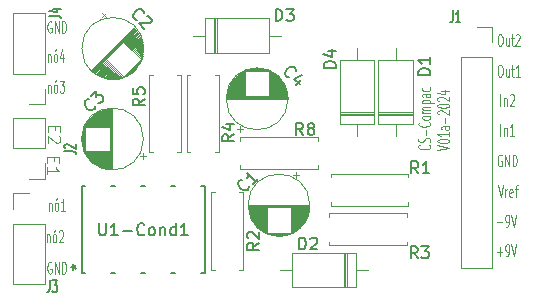
<source format=gto>
G04 #@! TF.GenerationSoftware,KiCad,Pcbnew,7.0.10-7.0.10~ubuntu20.04.1*
G04 #@! TF.CreationDate,2024-06-13T18:01:27-03:00*
G04 #@! TF.ProjectId,Condicionamento_compacto_V01a,436f6e64-6963-4696-9f6e-616d656e746f,rev?*
G04 #@! TF.SameCoordinates,Original*
G04 #@! TF.FileFunction,Legend,Top*
G04 #@! TF.FilePolarity,Positive*
%FSLAX46Y46*%
G04 Gerber Fmt 4.6, Leading zero omitted, Abs format (unit mm)*
G04 Created by KiCad (PCBNEW 7.0.10-7.0.10~ubuntu20.04.1) date 2024-06-13 18:01:27*
%MOMM*%
%LPD*%
G01*
G04 APERTURE LIST*
G04 Aperture macros list*
%AMRotRect*
0 Rectangle, with rotation*
0 The origin of the aperture is its center*
0 $1 length*
0 $2 width*
0 $3 Rotation angle, in degrees counterclockwise*
0 Add horizontal line*
21,1,$1,$2,0,0,$3*%
G04 Aperture macros list end*
%ADD10C,0.100000*%
%ADD11C,0.150000*%
%ADD12C,0.120000*%
%ADD13C,0.152400*%
%ADD14R,1.700000X1.700000*%
%ADD15O,1.700000X1.700000*%
%ADD16R,1.600000X1.600000*%
%ADD17C,1.600000*%
%ADD18O,1.600000X1.600000*%
%ADD19R,1.524000X1.524000*%
%ADD20C,1.524000*%
%ADD21R,2.200000X2.200000*%
%ADD22O,2.200000X2.200000*%
%ADD23RotRect,1.600000X1.600000X315.000000*%
G04 APERTURE END LIST*
D10*
X164122931Y-97920038D02*
X164065789Y-97872419D01*
X164065789Y-97872419D02*
X163980074Y-97872419D01*
X163980074Y-97872419D02*
X163894360Y-97920038D01*
X163894360Y-97920038D02*
X163837217Y-98015276D01*
X163837217Y-98015276D02*
X163808646Y-98110514D01*
X163808646Y-98110514D02*
X163780074Y-98300990D01*
X163780074Y-98300990D02*
X163780074Y-98443847D01*
X163780074Y-98443847D02*
X163808646Y-98634323D01*
X163808646Y-98634323D02*
X163837217Y-98729561D01*
X163837217Y-98729561D02*
X163894360Y-98824800D01*
X163894360Y-98824800D02*
X163980074Y-98872419D01*
X163980074Y-98872419D02*
X164037217Y-98872419D01*
X164037217Y-98872419D02*
X164122931Y-98824800D01*
X164122931Y-98824800D02*
X164151503Y-98777180D01*
X164151503Y-98777180D02*
X164151503Y-98443847D01*
X164151503Y-98443847D02*
X164037217Y-98443847D01*
X164408646Y-98872419D02*
X164408646Y-97872419D01*
X164408646Y-97872419D02*
X164751503Y-98872419D01*
X164751503Y-98872419D02*
X164751503Y-97872419D01*
X165037217Y-98872419D02*
X165037217Y-97872419D01*
X165037217Y-97872419D02*
X165180074Y-97872419D01*
X165180074Y-97872419D02*
X165265788Y-97920038D01*
X165265788Y-97920038D02*
X165322931Y-98015276D01*
X165322931Y-98015276D02*
X165351502Y-98110514D01*
X165351502Y-98110514D02*
X165380074Y-98300990D01*
X165380074Y-98300990D02*
X165380074Y-98443847D01*
X165380074Y-98443847D02*
X165351502Y-98634323D01*
X165351502Y-98634323D02*
X165322931Y-98729561D01*
X165322931Y-98729561D02*
X165265788Y-98824800D01*
X165265788Y-98824800D02*
X165180074Y-98872419D01*
X165180074Y-98872419D02*
X165037217Y-98872419D01*
X163922931Y-90272419D02*
X164037217Y-90272419D01*
X164037217Y-90272419D02*
X164094360Y-90320038D01*
X164094360Y-90320038D02*
X164151503Y-90415276D01*
X164151503Y-90415276D02*
X164180074Y-90605752D01*
X164180074Y-90605752D02*
X164180074Y-90939085D01*
X164180074Y-90939085D02*
X164151503Y-91129561D01*
X164151503Y-91129561D02*
X164094360Y-91224800D01*
X164094360Y-91224800D02*
X164037217Y-91272419D01*
X164037217Y-91272419D02*
X163922931Y-91272419D01*
X163922931Y-91272419D02*
X163865789Y-91224800D01*
X163865789Y-91224800D02*
X163808646Y-91129561D01*
X163808646Y-91129561D02*
X163780074Y-90939085D01*
X163780074Y-90939085D02*
X163780074Y-90605752D01*
X163780074Y-90605752D02*
X163808646Y-90415276D01*
X163808646Y-90415276D02*
X163865789Y-90320038D01*
X163865789Y-90320038D02*
X163922931Y-90272419D01*
X164694360Y-90605752D02*
X164694360Y-91272419D01*
X164437217Y-90605752D02*
X164437217Y-91129561D01*
X164437217Y-91129561D02*
X164465788Y-91224800D01*
X164465788Y-91224800D02*
X164522931Y-91272419D01*
X164522931Y-91272419D02*
X164608645Y-91272419D01*
X164608645Y-91272419D02*
X164665788Y-91224800D01*
X164665788Y-91224800D02*
X164694360Y-91177180D01*
X164894359Y-90605752D02*
X165122931Y-90605752D01*
X164980074Y-90272419D02*
X164980074Y-91129561D01*
X164980074Y-91129561D02*
X165008645Y-91224800D01*
X165008645Y-91224800D02*
X165065788Y-91272419D01*
X165065788Y-91272419D02*
X165122931Y-91272419D01*
X165637216Y-91272419D02*
X165294359Y-91272419D01*
X165465788Y-91272419D02*
X165465788Y-90272419D01*
X165465788Y-90272419D02*
X165408645Y-90415276D01*
X165408645Y-90415276D02*
X165351502Y-90510514D01*
X165351502Y-90510514D02*
X165294359Y-90558133D01*
X125972931Y-86620038D02*
X125915789Y-86572419D01*
X125915789Y-86572419D02*
X125830074Y-86572419D01*
X125830074Y-86572419D02*
X125744360Y-86620038D01*
X125744360Y-86620038D02*
X125687217Y-86715276D01*
X125687217Y-86715276D02*
X125658646Y-86810514D01*
X125658646Y-86810514D02*
X125630074Y-87000990D01*
X125630074Y-87000990D02*
X125630074Y-87143847D01*
X125630074Y-87143847D02*
X125658646Y-87334323D01*
X125658646Y-87334323D02*
X125687217Y-87429561D01*
X125687217Y-87429561D02*
X125744360Y-87524800D01*
X125744360Y-87524800D02*
X125830074Y-87572419D01*
X125830074Y-87572419D02*
X125887217Y-87572419D01*
X125887217Y-87572419D02*
X125972931Y-87524800D01*
X125972931Y-87524800D02*
X126001503Y-87477180D01*
X126001503Y-87477180D02*
X126001503Y-87143847D01*
X126001503Y-87143847D02*
X125887217Y-87143847D01*
X126258646Y-87572419D02*
X126258646Y-86572419D01*
X126258646Y-86572419D02*
X126601503Y-87572419D01*
X126601503Y-87572419D02*
X126601503Y-86572419D01*
X126887217Y-87572419D02*
X126887217Y-86572419D01*
X126887217Y-86572419D02*
X127030074Y-86572419D01*
X127030074Y-86572419D02*
X127115788Y-86620038D01*
X127115788Y-86620038D02*
X127172931Y-86715276D01*
X127172931Y-86715276D02*
X127201502Y-86810514D01*
X127201502Y-86810514D02*
X127230074Y-87000990D01*
X127230074Y-87000990D02*
X127230074Y-87143847D01*
X127230074Y-87143847D02*
X127201502Y-87334323D01*
X127201502Y-87334323D02*
X127172931Y-87429561D01*
X127172931Y-87429561D02*
X127115788Y-87524800D01*
X127115788Y-87524800D02*
X127030074Y-87572419D01*
X127030074Y-87572419D02*
X126887217Y-87572419D01*
X157967180Y-97048496D02*
X158014800Y-97077068D01*
X158014800Y-97077068D02*
X158062419Y-97162782D01*
X158062419Y-97162782D02*
X158062419Y-97219925D01*
X158062419Y-97219925D02*
X158014800Y-97305639D01*
X158014800Y-97305639D02*
X157919561Y-97362782D01*
X157919561Y-97362782D02*
X157824323Y-97391353D01*
X157824323Y-97391353D02*
X157633847Y-97419925D01*
X157633847Y-97419925D02*
X157490990Y-97419925D01*
X157490990Y-97419925D02*
X157300514Y-97391353D01*
X157300514Y-97391353D02*
X157205276Y-97362782D01*
X157205276Y-97362782D02*
X157110038Y-97305639D01*
X157110038Y-97305639D02*
X157062419Y-97219925D01*
X157062419Y-97219925D02*
X157062419Y-97162782D01*
X157062419Y-97162782D02*
X157110038Y-97077068D01*
X157110038Y-97077068D02*
X157157657Y-97048496D01*
X158014800Y-96819925D02*
X158062419Y-96734211D01*
X158062419Y-96734211D02*
X158062419Y-96591353D01*
X158062419Y-96591353D02*
X158014800Y-96534211D01*
X158014800Y-96534211D02*
X157967180Y-96505639D01*
X157967180Y-96505639D02*
X157871942Y-96477068D01*
X157871942Y-96477068D02*
X157776704Y-96477068D01*
X157776704Y-96477068D02*
X157681466Y-96505639D01*
X157681466Y-96505639D02*
X157633847Y-96534211D01*
X157633847Y-96534211D02*
X157586228Y-96591353D01*
X157586228Y-96591353D02*
X157538609Y-96705639D01*
X157538609Y-96705639D02*
X157490990Y-96762782D01*
X157490990Y-96762782D02*
X157443371Y-96791353D01*
X157443371Y-96791353D02*
X157348133Y-96819925D01*
X157348133Y-96819925D02*
X157252895Y-96819925D01*
X157252895Y-96819925D02*
X157157657Y-96791353D01*
X157157657Y-96791353D02*
X157110038Y-96762782D01*
X157110038Y-96762782D02*
X157062419Y-96705639D01*
X157062419Y-96705639D02*
X157062419Y-96562782D01*
X157062419Y-96562782D02*
X157110038Y-96477068D01*
X157681466Y-96219924D02*
X157681466Y-95762782D01*
X157967180Y-95134210D02*
X158014800Y-95162782D01*
X158014800Y-95162782D02*
X158062419Y-95248496D01*
X158062419Y-95248496D02*
X158062419Y-95305639D01*
X158062419Y-95305639D02*
X158014800Y-95391353D01*
X158014800Y-95391353D02*
X157919561Y-95448496D01*
X157919561Y-95448496D02*
X157824323Y-95477067D01*
X157824323Y-95477067D02*
X157633847Y-95505639D01*
X157633847Y-95505639D02*
X157490990Y-95505639D01*
X157490990Y-95505639D02*
X157300514Y-95477067D01*
X157300514Y-95477067D02*
X157205276Y-95448496D01*
X157205276Y-95448496D02*
X157110038Y-95391353D01*
X157110038Y-95391353D02*
X157062419Y-95305639D01*
X157062419Y-95305639D02*
X157062419Y-95248496D01*
X157062419Y-95248496D02*
X157110038Y-95162782D01*
X157110038Y-95162782D02*
X157157657Y-95134210D01*
X158062419Y-94791353D02*
X158014800Y-94848496D01*
X158014800Y-94848496D02*
X157967180Y-94877067D01*
X157967180Y-94877067D02*
X157871942Y-94905639D01*
X157871942Y-94905639D02*
X157586228Y-94905639D01*
X157586228Y-94905639D02*
X157490990Y-94877067D01*
X157490990Y-94877067D02*
X157443371Y-94848496D01*
X157443371Y-94848496D02*
X157395752Y-94791353D01*
X157395752Y-94791353D02*
X157395752Y-94705639D01*
X157395752Y-94705639D02*
X157443371Y-94648496D01*
X157443371Y-94648496D02*
X157490990Y-94619925D01*
X157490990Y-94619925D02*
X157586228Y-94591353D01*
X157586228Y-94591353D02*
X157871942Y-94591353D01*
X157871942Y-94591353D02*
X157967180Y-94619925D01*
X157967180Y-94619925D02*
X158014800Y-94648496D01*
X158014800Y-94648496D02*
X158062419Y-94705639D01*
X158062419Y-94705639D02*
X158062419Y-94791353D01*
X158062419Y-94334210D02*
X157395752Y-94334210D01*
X157490990Y-94334210D02*
X157443371Y-94305639D01*
X157443371Y-94305639D02*
X157395752Y-94248496D01*
X157395752Y-94248496D02*
X157395752Y-94162782D01*
X157395752Y-94162782D02*
X157443371Y-94105639D01*
X157443371Y-94105639D02*
X157538609Y-94077068D01*
X157538609Y-94077068D02*
X158062419Y-94077068D01*
X157538609Y-94077068D02*
X157443371Y-94048496D01*
X157443371Y-94048496D02*
X157395752Y-93991353D01*
X157395752Y-93991353D02*
X157395752Y-93905639D01*
X157395752Y-93905639D02*
X157443371Y-93848496D01*
X157443371Y-93848496D02*
X157538609Y-93819925D01*
X157538609Y-93819925D02*
X158062419Y-93819925D01*
X157395752Y-93534210D02*
X158395752Y-93534210D01*
X157443371Y-93534210D02*
X157395752Y-93477068D01*
X157395752Y-93477068D02*
X157395752Y-93362782D01*
X157395752Y-93362782D02*
X157443371Y-93305639D01*
X157443371Y-93305639D02*
X157490990Y-93277068D01*
X157490990Y-93277068D02*
X157586228Y-93248496D01*
X157586228Y-93248496D02*
X157871942Y-93248496D01*
X157871942Y-93248496D02*
X157967180Y-93277068D01*
X157967180Y-93277068D02*
X158014800Y-93305639D01*
X158014800Y-93305639D02*
X158062419Y-93362782D01*
X158062419Y-93362782D02*
X158062419Y-93477068D01*
X158062419Y-93477068D02*
X158014800Y-93534210D01*
X158062419Y-92734211D02*
X157538609Y-92734211D01*
X157538609Y-92734211D02*
X157443371Y-92762782D01*
X157443371Y-92762782D02*
X157395752Y-92819925D01*
X157395752Y-92819925D02*
X157395752Y-92934211D01*
X157395752Y-92934211D02*
X157443371Y-92991353D01*
X158014800Y-92734211D02*
X158062419Y-92791353D01*
X158062419Y-92791353D02*
X158062419Y-92934211D01*
X158062419Y-92934211D02*
X158014800Y-92991353D01*
X158014800Y-92991353D02*
X157919561Y-93019925D01*
X157919561Y-93019925D02*
X157824323Y-93019925D01*
X157824323Y-93019925D02*
X157729085Y-92991353D01*
X157729085Y-92991353D02*
X157681466Y-92934211D01*
X157681466Y-92934211D02*
X157681466Y-92791353D01*
X157681466Y-92791353D02*
X157633847Y-92734211D01*
X158014800Y-92191354D02*
X158062419Y-92248496D01*
X158062419Y-92248496D02*
X158062419Y-92362782D01*
X158062419Y-92362782D02*
X158014800Y-92419925D01*
X158014800Y-92419925D02*
X157967180Y-92448496D01*
X157967180Y-92448496D02*
X157871942Y-92477068D01*
X157871942Y-92477068D02*
X157586228Y-92477068D01*
X157586228Y-92477068D02*
X157490990Y-92448496D01*
X157490990Y-92448496D02*
X157443371Y-92419925D01*
X157443371Y-92419925D02*
X157395752Y-92362782D01*
X157395752Y-92362782D02*
X157395752Y-92248496D01*
X157395752Y-92248496D02*
X157443371Y-92191354D01*
X158672419Y-97477068D02*
X159672419Y-97277068D01*
X159672419Y-97277068D02*
X158672419Y-97077068D01*
X158672419Y-96762782D02*
X158672419Y-96705639D01*
X158672419Y-96705639D02*
X158720038Y-96648496D01*
X158720038Y-96648496D02*
X158767657Y-96619925D01*
X158767657Y-96619925D02*
X158862895Y-96591353D01*
X158862895Y-96591353D02*
X159053371Y-96562782D01*
X159053371Y-96562782D02*
X159291466Y-96562782D01*
X159291466Y-96562782D02*
X159481942Y-96591353D01*
X159481942Y-96591353D02*
X159577180Y-96619925D01*
X159577180Y-96619925D02*
X159624800Y-96648496D01*
X159624800Y-96648496D02*
X159672419Y-96705639D01*
X159672419Y-96705639D02*
X159672419Y-96762782D01*
X159672419Y-96762782D02*
X159624800Y-96819925D01*
X159624800Y-96819925D02*
X159577180Y-96848496D01*
X159577180Y-96848496D02*
X159481942Y-96877067D01*
X159481942Y-96877067D02*
X159291466Y-96905639D01*
X159291466Y-96905639D02*
X159053371Y-96905639D01*
X159053371Y-96905639D02*
X158862895Y-96877067D01*
X158862895Y-96877067D02*
X158767657Y-96848496D01*
X158767657Y-96848496D02*
X158720038Y-96819925D01*
X158720038Y-96819925D02*
X158672419Y-96762782D01*
X159672419Y-95991353D02*
X159672419Y-96334210D01*
X159672419Y-96162781D02*
X158672419Y-96162781D01*
X158672419Y-96162781D02*
X158815276Y-96219924D01*
X158815276Y-96219924D02*
X158910514Y-96277067D01*
X158910514Y-96277067D02*
X158958133Y-96334210D01*
X159672419Y-95477067D02*
X159148609Y-95477067D01*
X159148609Y-95477067D02*
X159053371Y-95505638D01*
X159053371Y-95505638D02*
X159005752Y-95562781D01*
X159005752Y-95562781D02*
X159005752Y-95677067D01*
X159005752Y-95677067D02*
X159053371Y-95734209D01*
X159624800Y-95477067D02*
X159672419Y-95534209D01*
X159672419Y-95534209D02*
X159672419Y-95677067D01*
X159672419Y-95677067D02*
X159624800Y-95734209D01*
X159624800Y-95734209D02*
X159529561Y-95762781D01*
X159529561Y-95762781D02*
X159434323Y-95762781D01*
X159434323Y-95762781D02*
X159339085Y-95734209D01*
X159339085Y-95734209D02*
X159291466Y-95677067D01*
X159291466Y-95677067D02*
X159291466Y-95534209D01*
X159291466Y-95534209D02*
X159243847Y-95477067D01*
X159291466Y-95191352D02*
X159291466Y-94734210D01*
X158767657Y-94477067D02*
X158720038Y-94448495D01*
X158720038Y-94448495D02*
X158672419Y-94391353D01*
X158672419Y-94391353D02*
X158672419Y-94248495D01*
X158672419Y-94248495D02*
X158720038Y-94191353D01*
X158720038Y-94191353D02*
X158767657Y-94162781D01*
X158767657Y-94162781D02*
X158862895Y-94134210D01*
X158862895Y-94134210D02*
X158958133Y-94134210D01*
X158958133Y-94134210D02*
X159100990Y-94162781D01*
X159100990Y-94162781D02*
X159672419Y-94505638D01*
X159672419Y-94505638D02*
X159672419Y-94134210D01*
X158672419Y-93762781D02*
X158672419Y-93705638D01*
X158672419Y-93705638D02*
X158720038Y-93648495D01*
X158720038Y-93648495D02*
X158767657Y-93619924D01*
X158767657Y-93619924D02*
X158862895Y-93591352D01*
X158862895Y-93591352D02*
X159053371Y-93562781D01*
X159053371Y-93562781D02*
X159291466Y-93562781D01*
X159291466Y-93562781D02*
X159481942Y-93591352D01*
X159481942Y-93591352D02*
X159577180Y-93619924D01*
X159577180Y-93619924D02*
X159624800Y-93648495D01*
X159624800Y-93648495D02*
X159672419Y-93705638D01*
X159672419Y-93705638D02*
X159672419Y-93762781D01*
X159672419Y-93762781D02*
X159624800Y-93819924D01*
X159624800Y-93819924D02*
X159577180Y-93848495D01*
X159577180Y-93848495D02*
X159481942Y-93877066D01*
X159481942Y-93877066D02*
X159291466Y-93905638D01*
X159291466Y-93905638D02*
X159053371Y-93905638D01*
X159053371Y-93905638D02*
X158862895Y-93877066D01*
X158862895Y-93877066D02*
X158767657Y-93848495D01*
X158767657Y-93848495D02*
X158720038Y-93819924D01*
X158720038Y-93819924D02*
X158672419Y-93762781D01*
X158767657Y-93334209D02*
X158720038Y-93305637D01*
X158720038Y-93305637D02*
X158672419Y-93248495D01*
X158672419Y-93248495D02*
X158672419Y-93105637D01*
X158672419Y-93105637D02*
X158720038Y-93048495D01*
X158720038Y-93048495D02*
X158767657Y-93019923D01*
X158767657Y-93019923D02*
X158862895Y-92991352D01*
X158862895Y-92991352D02*
X158958133Y-92991352D01*
X158958133Y-92991352D02*
X159100990Y-93019923D01*
X159100990Y-93019923D02*
X159672419Y-93362780D01*
X159672419Y-93362780D02*
X159672419Y-92991352D01*
X159005752Y-92477066D02*
X159672419Y-92477066D01*
X158624800Y-92619923D02*
X159339085Y-92762780D01*
X159339085Y-92762780D02*
X159339085Y-92391351D01*
X125583646Y-104630752D02*
X125583646Y-105297419D01*
X125583646Y-104725990D02*
X125612217Y-104678371D01*
X125612217Y-104678371D02*
X125669360Y-104630752D01*
X125669360Y-104630752D02*
X125755074Y-104630752D01*
X125755074Y-104630752D02*
X125812217Y-104678371D01*
X125812217Y-104678371D02*
X125840789Y-104773609D01*
X125840789Y-104773609D02*
X125840789Y-105297419D01*
X126212217Y-105297419D02*
X126155074Y-105249800D01*
X126155074Y-105249800D02*
X126126503Y-105202180D01*
X126126503Y-105202180D02*
X126097931Y-105106942D01*
X126097931Y-105106942D02*
X126097931Y-104821228D01*
X126097931Y-104821228D02*
X126126503Y-104725990D01*
X126126503Y-104725990D02*
X126155074Y-104678371D01*
X126155074Y-104678371D02*
X126212217Y-104630752D01*
X126212217Y-104630752D02*
X126297931Y-104630752D01*
X126297931Y-104630752D02*
X126355074Y-104678371D01*
X126355074Y-104678371D02*
X126383646Y-104725990D01*
X126383646Y-104725990D02*
X126412217Y-104821228D01*
X126412217Y-104821228D02*
X126412217Y-105106942D01*
X126412217Y-105106942D02*
X126383646Y-105202180D01*
X126383646Y-105202180D02*
X126355074Y-105249800D01*
X126355074Y-105249800D02*
X126297931Y-105297419D01*
X126297931Y-105297419D02*
X126212217Y-105297419D01*
X126326503Y-104249800D02*
X126240788Y-104392657D01*
X126640788Y-104392657D02*
X126669360Y-104345038D01*
X126669360Y-104345038D02*
X126726503Y-104297419D01*
X126726503Y-104297419D02*
X126869360Y-104297419D01*
X126869360Y-104297419D02*
X126926503Y-104345038D01*
X126926503Y-104345038D02*
X126955074Y-104392657D01*
X126955074Y-104392657D02*
X126983645Y-104487895D01*
X126983645Y-104487895D02*
X126983645Y-104583133D01*
X126983645Y-104583133D02*
X126955074Y-104725990D01*
X126955074Y-104725990D02*
X126612217Y-105297419D01*
X126612217Y-105297419D02*
X126983645Y-105297419D01*
X164008646Y-96272419D02*
X164008646Y-95272419D01*
X164294360Y-95605752D02*
X164294360Y-96272419D01*
X164294360Y-95700990D02*
X164322931Y-95653371D01*
X164322931Y-95653371D02*
X164380074Y-95605752D01*
X164380074Y-95605752D02*
X164465788Y-95605752D01*
X164465788Y-95605752D02*
X164522931Y-95653371D01*
X164522931Y-95653371D02*
X164551503Y-95748609D01*
X164551503Y-95748609D02*
X164551503Y-96272419D01*
X165151502Y-96272419D02*
X164808645Y-96272419D01*
X164980074Y-96272419D02*
X164980074Y-95272419D01*
X164980074Y-95272419D02*
X164922931Y-95415276D01*
X164922931Y-95415276D02*
X164865788Y-95510514D01*
X164865788Y-95510514D02*
X164808645Y-95558133D01*
X126251390Y-95453884D02*
X126251390Y-95787217D01*
X125727580Y-95930074D02*
X125727580Y-95453884D01*
X125727580Y-95453884D02*
X126727580Y-95453884D01*
X126727580Y-95453884D02*
X126727580Y-95930074D01*
X126632342Y-96311027D02*
X126679961Y-96358646D01*
X126679961Y-96358646D02*
X126727580Y-96453884D01*
X126727580Y-96453884D02*
X126727580Y-96691979D01*
X126727580Y-96691979D02*
X126679961Y-96787217D01*
X126679961Y-96787217D02*
X126632342Y-96834836D01*
X126632342Y-96834836D02*
X126537104Y-96882455D01*
X126537104Y-96882455D02*
X126441866Y-96882455D01*
X126441866Y-96882455D02*
X126299009Y-96834836D01*
X126299009Y-96834836D02*
X125727580Y-96263408D01*
X125727580Y-96263408D02*
X125727580Y-96882455D01*
X164008646Y-93772419D02*
X164008646Y-92772419D01*
X164294360Y-93105752D02*
X164294360Y-93772419D01*
X164294360Y-93200990D02*
X164322931Y-93153371D01*
X164322931Y-93153371D02*
X164380074Y-93105752D01*
X164380074Y-93105752D02*
X164465788Y-93105752D01*
X164465788Y-93105752D02*
X164522931Y-93153371D01*
X164522931Y-93153371D02*
X164551503Y-93248609D01*
X164551503Y-93248609D02*
X164551503Y-93772419D01*
X164808645Y-92867657D02*
X164837217Y-92820038D01*
X164837217Y-92820038D02*
X164894360Y-92772419D01*
X164894360Y-92772419D02*
X165037217Y-92772419D01*
X165037217Y-92772419D02*
X165094360Y-92820038D01*
X165094360Y-92820038D02*
X165122931Y-92867657D01*
X165122931Y-92867657D02*
X165151502Y-92962895D01*
X165151502Y-92962895D02*
X165151502Y-93058133D01*
X165151502Y-93058133D02*
X165122931Y-93200990D01*
X165122931Y-93200990D02*
X164780074Y-93772419D01*
X164780074Y-93772419D02*
X165151502Y-93772419D01*
X125658646Y-89355752D02*
X125658646Y-90022419D01*
X125658646Y-89450990D02*
X125687217Y-89403371D01*
X125687217Y-89403371D02*
X125744360Y-89355752D01*
X125744360Y-89355752D02*
X125830074Y-89355752D01*
X125830074Y-89355752D02*
X125887217Y-89403371D01*
X125887217Y-89403371D02*
X125915789Y-89498609D01*
X125915789Y-89498609D02*
X125915789Y-90022419D01*
X126287217Y-90022419D02*
X126230074Y-89974800D01*
X126230074Y-89974800D02*
X126201503Y-89927180D01*
X126201503Y-89927180D02*
X126172931Y-89831942D01*
X126172931Y-89831942D02*
X126172931Y-89546228D01*
X126172931Y-89546228D02*
X126201503Y-89450990D01*
X126201503Y-89450990D02*
X126230074Y-89403371D01*
X126230074Y-89403371D02*
X126287217Y-89355752D01*
X126287217Y-89355752D02*
X126372931Y-89355752D01*
X126372931Y-89355752D02*
X126430074Y-89403371D01*
X126430074Y-89403371D02*
X126458646Y-89450990D01*
X126458646Y-89450990D02*
X126487217Y-89546228D01*
X126487217Y-89546228D02*
X126487217Y-89831942D01*
X126487217Y-89831942D02*
X126458646Y-89927180D01*
X126458646Y-89927180D02*
X126430074Y-89974800D01*
X126430074Y-89974800D02*
X126372931Y-90022419D01*
X126372931Y-90022419D02*
X126287217Y-90022419D01*
X126401503Y-88974800D02*
X126315788Y-89117657D01*
X127001503Y-89355752D02*
X127001503Y-90022419D01*
X126858645Y-88974800D02*
X126715788Y-89689085D01*
X126715788Y-89689085D02*
X127087217Y-89689085D01*
X163708646Y-106091466D02*
X164165789Y-106091466D01*
X163937217Y-106472419D02*
X163937217Y-105710514D01*
X164480074Y-106472419D02*
X164594360Y-106472419D01*
X164594360Y-106472419D02*
X164651503Y-106424800D01*
X164651503Y-106424800D02*
X164680074Y-106377180D01*
X164680074Y-106377180D02*
X164737217Y-106234323D01*
X164737217Y-106234323D02*
X164765788Y-106043847D01*
X164765788Y-106043847D02*
X164765788Y-105662895D01*
X164765788Y-105662895D02*
X164737217Y-105567657D01*
X164737217Y-105567657D02*
X164708646Y-105520038D01*
X164708646Y-105520038D02*
X164651503Y-105472419D01*
X164651503Y-105472419D02*
X164537217Y-105472419D01*
X164537217Y-105472419D02*
X164480074Y-105520038D01*
X164480074Y-105520038D02*
X164451503Y-105567657D01*
X164451503Y-105567657D02*
X164422931Y-105662895D01*
X164422931Y-105662895D02*
X164422931Y-105900990D01*
X164422931Y-105900990D02*
X164451503Y-105996228D01*
X164451503Y-105996228D02*
X164480074Y-106043847D01*
X164480074Y-106043847D02*
X164537217Y-106091466D01*
X164537217Y-106091466D02*
X164651503Y-106091466D01*
X164651503Y-106091466D02*
X164708646Y-106043847D01*
X164708646Y-106043847D02*
X164737217Y-105996228D01*
X164737217Y-105996228D02*
X164765788Y-105900990D01*
X164937217Y-105472419D02*
X165137217Y-106472419D01*
X165137217Y-106472419D02*
X165337217Y-105472419D01*
X125658646Y-91955752D02*
X125658646Y-92622419D01*
X125658646Y-92050990D02*
X125687217Y-92003371D01*
X125687217Y-92003371D02*
X125744360Y-91955752D01*
X125744360Y-91955752D02*
X125830074Y-91955752D01*
X125830074Y-91955752D02*
X125887217Y-92003371D01*
X125887217Y-92003371D02*
X125915789Y-92098609D01*
X125915789Y-92098609D02*
X125915789Y-92622419D01*
X126287217Y-92622419D02*
X126230074Y-92574800D01*
X126230074Y-92574800D02*
X126201503Y-92527180D01*
X126201503Y-92527180D02*
X126172931Y-92431942D01*
X126172931Y-92431942D02*
X126172931Y-92146228D01*
X126172931Y-92146228D02*
X126201503Y-92050990D01*
X126201503Y-92050990D02*
X126230074Y-92003371D01*
X126230074Y-92003371D02*
X126287217Y-91955752D01*
X126287217Y-91955752D02*
X126372931Y-91955752D01*
X126372931Y-91955752D02*
X126430074Y-92003371D01*
X126430074Y-92003371D02*
X126458646Y-92050990D01*
X126458646Y-92050990D02*
X126487217Y-92146228D01*
X126487217Y-92146228D02*
X126487217Y-92431942D01*
X126487217Y-92431942D02*
X126458646Y-92527180D01*
X126458646Y-92527180D02*
X126430074Y-92574800D01*
X126430074Y-92574800D02*
X126372931Y-92622419D01*
X126372931Y-92622419D02*
X126287217Y-92622419D01*
X126401503Y-91574800D02*
X126315788Y-91717657D01*
X126687217Y-91622419D02*
X127058645Y-91622419D01*
X127058645Y-91622419D02*
X126858645Y-92003371D01*
X126858645Y-92003371D02*
X126944360Y-92003371D01*
X126944360Y-92003371D02*
X127001503Y-92050990D01*
X127001503Y-92050990D02*
X127030074Y-92098609D01*
X127030074Y-92098609D02*
X127058645Y-92193847D01*
X127058645Y-92193847D02*
X127058645Y-92431942D01*
X127058645Y-92431942D02*
X127030074Y-92527180D01*
X127030074Y-92527180D02*
X127001503Y-92574800D01*
X127001503Y-92574800D02*
X126944360Y-92622419D01*
X126944360Y-92622419D02*
X126772931Y-92622419D01*
X126772931Y-92622419D02*
X126715788Y-92574800D01*
X126715788Y-92574800D02*
X126687217Y-92527180D01*
X163822931Y-100472419D02*
X164022931Y-101472419D01*
X164022931Y-101472419D02*
X164222931Y-100472419D01*
X164422932Y-101472419D02*
X164422932Y-100805752D01*
X164422932Y-100996228D02*
X164451503Y-100900990D01*
X164451503Y-100900990D02*
X164480075Y-100853371D01*
X164480075Y-100853371D02*
X164537217Y-100805752D01*
X164537217Y-100805752D02*
X164594360Y-100805752D01*
X165022932Y-101424800D02*
X164965789Y-101472419D01*
X164965789Y-101472419D02*
X164851504Y-101472419D01*
X164851504Y-101472419D02*
X164794361Y-101424800D01*
X164794361Y-101424800D02*
X164765789Y-101329561D01*
X164765789Y-101329561D02*
X164765789Y-100948609D01*
X164765789Y-100948609D02*
X164794361Y-100853371D01*
X164794361Y-100853371D02*
X164851504Y-100805752D01*
X164851504Y-100805752D02*
X164965789Y-100805752D01*
X164965789Y-100805752D02*
X165022932Y-100853371D01*
X165022932Y-100853371D02*
X165051504Y-100948609D01*
X165051504Y-100948609D02*
X165051504Y-101043847D01*
X165051504Y-101043847D02*
X164765789Y-101139085D01*
X165222932Y-100805752D02*
X165451504Y-100805752D01*
X165308647Y-101472419D02*
X165308647Y-100615276D01*
X165308647Y-100615276D02*
X165337218Y-100520038D01*
X165337218Y-100520038D02*
X165394361Y-100472419D01*
X165394361Y-100472419D02*
X165451504Y-100472419D01*
X126176390Y-98103884D02*
X126176390Y-98437217D01*
X125652580Y-98580074D02*
X125652580Y-98103884D01*
X125652580Y-98103884D02*
X126652580Y-98103884D01*
X126652580Y-98103884D02*
X126652580Y-98580074D01*
X125652580Y-99532455D02*
X125652580Y-98961027D01*
X125652580Y-99246741D02*
X126652580Y-99246741D01*
X126652580Y-99246741D02*
X126509723Y-99151503D01*
X126509723Y-99151503D02*
X126414485Y-99056265D01*
X126414485Y-99056265D02*
X126366866Y-98961027D01*
X163922931Y-87672419D02*
X164037217Y-87672419D01*
X164037217Y-87672419D02*
X164094360Y-87720038D01*
X164094360Y-87720038D02*
X164151503Y-87815276D01*
X164151503Y-87815276D02*
X164180074Y-88005752D01*
X164180074Y-88005752D02*
X164180074Y-88339085D01*
X164180074Y-88339085D02*
X164151503Y-88529561D01*
X164151503Y-88529561D02*
X164094360Y-88624800D01*
X164094360Y-88624800D02*
X164037217Y-88672419D01*
X164037217Y-88672419D02*
X163922931Y-88672419D01*
X163922931Y-88672419D02*
X163865789Y-88624800D01*
X163865789Y-88624800D02*
X163808646Y-88529561D01*
X163808646Y-88529561D02*
X163780074Y-88339085D01*
X163780074Y-88339085D02*
X163780074Y-88005752D01*
X163780074Y-88005752D02*
X163808646Y-87815276D01*
X163808646Y-87815276D02*
X163865789Y-87720038D01*
X163865789Y-87720038D02*
X163922931Y-87672419D01*
X164694360Y-88005752D02*
X164694360Y-88672419D01*
X164437217Y-88005752D02*
X164437217Y-88529561D01*
X164437217Y-88529561D02*
X164465788Y-88624800D01*
X164465788Y-88624800D02*
X164522931Y-88672419D01*
X164522931Y-88672419D02*
X164608645Y-88672419D01*
X164608645Y-88672419D02*
X164665788Y-88624800D01*
X164665788Y-88624800D02*
X164694360Y-88577180D01*
X164894359Y-88005752D02*
X165122931Y-88005752D01*
X164980074Y-87672419D02*
X164980074Y-88529561D01*
X164980074Y-88529561D02*
X165008645Y-88624800D01*
X165008645Y-88624800D02*
X165065788Y-88672419D01*
X165065788Y-88672419D02*
X165122931Y-88672419D01*
X165294359Y-87767657D02*
X165322931Y-87720038D01*
X165322931Y-87720038D02*
X165380074Y-87672419D01*
X165380074Y-87672419D02*
X165522931Y-87672419D01*
X165522931Y-87672419D02*
X165580074Y-87720038D01*
X165580074Y-87720038D02*
X165608645Y-87767657D01*
X165608645Y-87767657D02*
X165637216Y-87862895D01*
X165637216Y-87862895D02*
X165637216Y-87958133D01*
X165637216Y-87958133D02*
X165608645Y-88100990D01*
X165608645Y-88100990D02*
X165265788Y-88672419D01*
X165265788Y-88672419D02*
X165637216Y-88672419D01*
X125972931Y-106995038D02*
X125915789Y-106947419D01*
X125915789Y-106947419D02*
X125830074Y-106947419D01*
X125830074Y-106947419D02*
X125744360Y-106995038D01*
X125744360Y-106995038D02*
X125687217Y-107090276D01*
X125687217Y-107090276D02*
X125658646Y-107185514D01*
X125658646Y-107185514D02*
X125630074Y-107375990D01*
X125630074Y-107375990D02*
X125630074Y-107518847D01*
X125630074Y-107518847D02*
X125658646Y-107709323D01*
X125658646Y-107709323D02*
X125687217Y-107804561D01*
X125687217Y-107804561D02*
X125744360Y-107899800D01*
X125744360Y-107899800D02*
X125830074Y-107947419D01*
X125830074Y-107947419D02*
X125887217Y-107947419D01*
X125887217Y-107947419D02*
X125972931Y-107899800D01*
X125972931Y-107899800D02*
X126001503Y-107852180D01*
X126001503Y-107852180D02*
X126001503Y-107518847D01*
X126001503Y-107518847D02*
X125887217Y-107518847D01*
X126258646Y-107947419D02*
X126258646Y-106947419D01*
X126258646Y-106947419D02*
X126601503Y-107947419D01*
X126601503Y-107947419D02*
X126601503Y-106947419D01*
X126887217Y-107947419D02*
X126887217Y-106947419D01*
X126887217Y-106947419D02*
X127030074Y-106947419D01*
X127030074Y-106947419D02*
X127115788Y-106995038D01*
X127115788Y-106995038D02*
X127172931Y-107090276D01*
X127172931Y-107090276D02*
X127201502Y-107185514D01*
X127201502Y-107185514D02*
X127230074Y-107375990D01*
X127230074Y-107375990D02*
X127230074Y-107518847D01*
X127230074Y-107518847D02*
X127201502Y-107709323D01*
X127201502Y-107709323D02*
X127172931Y-107804561D01*
X127172931Y-107804561D02*
X127115788Y-107899800D01*
X127115788Y-107899800D02*
X127030074Y-107947419D01*
X127030074Y-107947419D02*
X126887217Y-107947419D01*
X125758646Y-101955752D02*
X125758646Y-102622419D01*
X125758646Y-102050990D02*
X125787217Y-102003371D01*
X125787217Y-102003371D02*
X125844360Y-101955752D01*
X125844360Y-101955752D02*
X125930074Y-101955752D01*
X125930074Y-101955752D02*
X125987217Y-102003371D01*
X125987217Y-102003371D02*
X126015789Y-102098609D01*
X126015789Y-102098609D02*
X126015789Y-102622419D01*
X126387217Y-102622419D02*
X126330074Y-102574800D01*
X126330074Y-102574800D02*
X126301503Y-102527180D01*
X126301503Y-102527180D02*
X126272931Y-102431942D01*
X126272931Y-102431942D02*
X126272931Y-102146228D01*
X126272931Y-102146228D02*
X126301503Y-102050990D01*
X126301503Y-102050990D02*
X126330074Y-102003371D01*
X126330074Y-102003371D02*
X126387217Y-101955752D01*
X126387217Y-101955752D02*
X126472931Y-101955752D01*
X126472931Y-101955752D02*
X126530074Y-102003371D01*
X126530074Y-102003371D02*
X126558646Y-102050990D01*
X126558646Y-102050990D02*
X126587217Y-102146228D01*
X126587217Y-102146228D02*
X126587217Y-102431942D01*
X126587217Y-102431942D02*
X126558646Y-102527180D01*
X126558646Y-102527180D02*
X126530074Y-102574800D01*
X126530074Y-102574800D02*
X126472931Y-102622419D01*
X126472931Y-102622419D02*
X126387217Y-102622419D01*
X126501503Y-101574800D02*
X126415788Y-101717657D01*
X127158645Y-102622419D02*
X126815788Y-102622419D01*
X126987217Y-102622419D02*
X126987217Y-101622419D01*
X126987217Y-101622419D02*
X126930074Y-101765276D01*
X126930074Y-101765276D02*
X126872931Y-101860514D01*
X126872931Y-101860514D02*
X126815788Y-101908133D01*
X163708646Y-103591466D02*
X164165789Y-103591466D01*
X164480074Y-103972419D02*
X164594360Y-103972419D01*
X164594360Y-103972419D02*
X164651503Y-103924800D01*
X164651503Y-103924800D02*
X164680074Y-103877180D01*
X164680074Y-103877180D02*
X164737217Y-103734323D01*
X164737217Y-103734323D02*
X164765788Y-103543847D01*
X164765788Y-103543847D02*
X164765788Y-103162895D01*
X164765788Y-103162895D02*
X164737217Y-103067657D01*
X164737217Y-103067657D02*
X164708646Y-103020038D01*
X164708646Y-103020038D02*
X164651503Y-102972419D01*
X164651503Y-102972419D02*
X164537217Y-102972419D01*
X164537217Y-102972419D02*
X164480074Y-103020038D01*
X164480074Y-103020038D02*
X164451503Y-103067657D01*
X164451503Y-103067657D02*
X164422931Y-103162895D01*
X164422931Y-103162895D02*
X164422931Y-103400990D01*
X164422931Y-103400990D02*
X164451503Y-103496228D01*
X164451503Y-103496228D02*
X164480074Y-103543847D01*
X164480074Y-103543847D02*
X164537217Y-103591466D01*
X164537217Y-103591466D02*
X164651503Y-103591466D01*
X164651503Y-103591466D02*
X164708646Y-103543847D01*
X164708646Y-103543847D02*
X164737217Y-103496228D01*
X164737217Y-103496228D02*
X164765788Y-103400990D01*
X164937217Y-102972419D02*
X165137217Y-103972419D01*
X165137217Y-103972419D02*
X165337217Y-102972419D01*
D11*
X127054819Y-97600000D02*
X127769104Y-97600000D01*
X127769104Y-97600000D02*
X127911961Y-97628571D01*
X127911961Y-97628571D02*
X128007200Y-97685714D01*
X128007200Y-97685714D02*
X128054819Y-97771428D01*
X128054819Y-97771428D02*
X128054819Y-97828571D01*
X127150057Y-97342857D02*
X127102438Y-97314285D01*
X127102438Y-97314285D02*
X127054819Y-97257143D01*
X127054819Y-97257143D02*
X127054819Y-97114285D01*
X127054819Y-97114285D02*
X127102438Y-97057143D01*
X127102438Y-97057143D02*
X127150057Y-97028571D01*
X127150057Y-97028571D02*
X127245295Y-97000000D01*
X127245295Y-97000000D02*
X127340533Y-97000000D01*
X127340533Y-97000000D02*
X127483390Y-97028571D01*
X127483390Y-97028571D02*
X128054819Y-97371428D01*
X128054819Y-97371428D02*
X128054819Y-97000000D01*
X129711411Y-93772112D02*
X129711411Y-93839456D01*
X129711411Y-93839456D02*
X129644067Y-93974143D01*
X129644067Y-93974143D02*
X129576724Y-94041486D01*
X129576724Y-94041486D02*
X129442037Y-94108830D01*
X129442037Y-94108830D02*
X129307350Y-94108830D01*
X129307350Y-94108830D02*
X129206335Y-94075158D01*
X129206335Y-94075158D02*
X129037976Y-93974143D01*
X129037976Y-93974143D02*
X128936961Y-93873128D01*
X128936961Y-93873128D02*
X128835945Y-93704769D01*
X128835945Y-93704769D02*
X128802274Y-93603754D01*
X128802274Y-93603754D02*
X128802274Y-93469067D01*
X128802274Y-93469067D02*
X128869617Y-93334380D01*
X128869617Y-93334380D02*
X128936961Y-93267036D01*
X128936961Y-93267036D02*
X129071648Y-93199693D01*
X129071648Y-93199693D02*
X129138991Y-93199693D01*
X129307350Y-92896647D02*
X129745083Y-92458914D01*
X129745083Y-92458914D02*
X129778754Y-92963990D01*
X129778754Y-92963990D02*
X129879770Y-92862975D01*
X129879770Y-92862975D02*
X129980785Y-92829303D01*
X129980785Y-92829303D02*
X130048128Y-92829303D01*
X130048128Y-92829303D02*
X130149144Y-92862975D01*
X130149144Y-92862975D02*
X130317502Y-93031334D01*
X130317502Y-93031334D02*
X130351174Y-93132349D01*
X130351174Y-93132349D02*
X130351174Y-93199693D01*
X130351174Y-93199693D02*
X130317502Y-93300708D01*
X130317502Y-93300708D02*
X130115472Y-93502738D01*
X130115472Y-93502738D02*
X130014457Y-93536410D01*
X130014457Y-93536410D02*
X129947113Y-93536410D01*
X133879819Y-93141666D02*
X133403628Y-93474999D01*
X133879819Y-93713094D02*
X132879819Y-93713094D01*
X132879819Y-93713094D02*
X132879819Y-93332142D01*
X132879819Y-93332142D02*
X132927438Y-93236904D01*
X132927438Y-93236904D02*
X132975057Y-93189285D01*
X132975057Y-93189285D02*
X133070295Y-93141666D01*
X133070295Y-93141666D02*
X133213152Y-93141666D01*
X133213152Y-93141666D02*
X133308390Y-93189285D01*
X133308390Y-93189285D02*
X133356009Y-93236904D01*
X133356009Y-93236904D02*
X133403628Y-93332142D01*
X133403628Y-93332142D02*
X133403628Y-93713094D01*
X132879819Y-92236904D02*
X132879819Y-92713094D01*
X132879819Y-92713094D02*
X133356009Y-92760713D01*
X133356009Y-92760713D02*
X133308390Y-92713094D01*
X133308390Y-92713094D02*
X133260771Y-92617856D01*
X133260771Y-92617856D02*
X133260771Y-92379761D01*
X133260771Y-92379761D02*
X133308390Y-92284523D01*
X133308390Y-92284523D02*
X133356009Y-92236904D01*
X133356009Y-92236904D02*
X133451247Y-92189285D01*
X133451247Y-92189285D02*
X133689342Y-92189285D01*
X133689342Y-92189285D02*
X133784580Y-92236904D01*
X133784580Y-92236904D02*
X133832200Y-92284523D01*
X133832200Y-92284523D02*
X133879819Y-92379761D01*
X133879819Y-92379761D02*
X133879819Y-92617856D01*
X133879819Y-92617856D02*
X133832200Y-92713094D01*
X133832200Y-92713094D02*
X133784580Y-92760713D01*
X125849999Y-108504819D02*
X125849999Y-109219104D01*
X125849999Y-109219104D02*
X125821428Y-109361961D01*
X125821428Y-109361961D02*
X125764285Y-109457200D01*
X125764285Y-109457200D02*
X125678571Y-109504819D01*
X125678571Y-109504819D02*
X125621428Y-109504819D01*
X126078571Y-108504819D02*
X126449999Y-108504819D01*
X126449999Y-108504819D02*
X126249999Y-108885771D01*
X126249999Y-108885771D02*
X126335714Y-108885771D01*
X126335714Y-108885771D02*
X126392857Y-108933390D01*
X126392857Y-108933390D02*
X126421428Y-108981009D01*
X126421428Y-108981009D02*
X126449999Y-109076247D01*
X126449999Y-109076247D02*
X126449999Y-109314342D01*
X126449999Y-109314342D02*
X126421428Y-109409580D01*
X126421428Y-109409580D02*
X126392857Y-109457200D01*
X126392857Y-109457200D02*
X126335714Y-109504819D01*
X126335714Y-109504819D02*
X126164285Y-109504819D01*
X126164285Y-109504819D02*
X126107142Y-109457200D01*
X126107142Y-109457200D02*
X126078571Y-109409580D01*
X157033333Y-99454819D02*
X156700000Y-98978628D01*
X156461905Y-99454819D02*
X156461905Y-98454819D01*
X156461905Y-98454819D02*
X156842857Y-98454819D01*
X156842857Y-98454819D02*
X156938095Y-98502438D01*
X156938095Y-98502438D02*
X156985714Y-98550057D01*
X156985714Y-98550057D02*
X157033333Y-98645295D01*
X157033333Y-98645295D02*
X157033333Y-98788152D01*
X157033333Y-98788152D02*
X156985714Y-98883390D01*
X156985714Y-98883390D02*
X156938095Y-98931009D01*
X156938095Y-98931009D02*
X156842857Y-98978628D01*
X156842857Y-98978628D02*
X156461905Y-98978628D01*
X157985714Y-99454819D02*
X157414286Y-99454819D01*
X157700000Y-99454819D02*
X157700000Y-98454819D01*
X157700000Y-98454819D02*
X157604762Y-98597676D01*
X157604762Y-98597676D02*
X157509524Y-98692914D01*
X157509524Y-98692914D02*
X157414286Y-98740533D01*
X125804819Y-86100000D02*
X126519104Y-86100000D01*
X126519104Y-86100000D02*
X126661961Y-86128571D01*
X126661961Y-86128571D02*
X126757200Y-86185714D01*
X126757200Y-86185714D02*
X126804819Y-86271428D01*
X126804819Y-86271428D02*
X126804819Y-86328571D01*
X126138152Y-85557143D02*
X126804819Y-85557143D01*
X125757200Y-85700000D02*
X126471485Y-85842857D01*
X126471485Y-85842857D02*
X126471485Y-85471428D01*
X130040814Y-103704819D02*
X130040814Y-104514342D01*
X130040814Y-104514342D02*
X130088433Y-104609580D01*
X130088433Y-104609580D02*
X130136052Y-104657200D01*
X130136052Y-104657200D02*
X130231290Y-104704819D01*
X130231290Y-104704819D02*
X130421766Y-104704819D01*
X130421766Y-104704819D02*
X130517004Y-104657200D01*
X130517004Y-104657200D02*
X130564623Y-104609580D01*
X130564623Y-104609580D02*
X130612242Y-104514342D01*
X130612242Y-104514342D02*
X130612242Y-103704819D01*
X131612242Y-104704819D02*
X131040814Y-104704819D01*
X131326528Y-104704819D02*
X131326528Y-103704819D01*
X131326528Y-103704819D02*
X131231290Y-103847676D01*
X131231290Y-103847676D02*
X131136052Y-103942914D01*
X131136052Y-103942914D02*
X131040814Y-103990533D01*
X132040814Y-104323866D02*
X132802719Y-104323866D01*
X133850337Y-104609580D02*
X133802718Y-104657200D01*
X133802718Y-104657200D02*
X133659861Y-104704819D01*
X133659861Y-104704819D02*
X133564623Y-104704819D01*
X133564623Y-104704819D02*
X133421766Y-104657200D01*
X133421766Y-104657200D02*
X133326528Y-104561961D01*
X133326528Y-104561961D02*
X133278909Y-104466723D01*
X133278909Y-104466723D02*
X133231290Y-104276247D01*
X133231290Y-104276247D02*
X133231290Y-104133390D01*
X133231290Y-104133390D02*
X133278909Y-103942914D01*
X133278909Y-103942914D02*
X133326528Y-103847676D01*
X133326528Y-103847676D02*
X133421766Y-103752438D01*
X133421766Y-103752438D02*
X133564623Y-103704819D01*
X133564623Y-103704819D02*
X133659861Y-103704819D01*
X133659861Y-103704819D02*
X133802718Y-103752438D01*
X133802718Y-103752438D02*
X133850337Y-103800057D01*
X134421766Y-104704819D02*
X134326528Y-104657200D01*
X134326528Y-104657200D02*
X134278909Y-104609580D01*
X134278909Y-104609580D02*
X134231290Y-104514342D01*
X134231290Y-104514342D02*
X134231290Y-104228628D01*
X134231290Y-104228628D02*
X134278909Y-104133390D01*
X134278909Y-104133390D02*
X134326528Y-104085771D01*
X134326528Y-104085771D02*
X134421766Y-104038152D01*
X134421766Y-104038152D02*
X134564623Y-104038152D01*
X134564623Y-104038152D02*
X134659861Y-104085771D01*
X134659861Y-104085771D02*
X134707480Y-104133390D01*
X134707480Y-104133390D02*
X134755099Y-104228628D01*
X134755099Y-104228628D02*
X134755099Y-104514342D01*
X134755099Y-104514342D02*
X134707480Y-104609580D01*
X134707480Y-104609580D02*
X134659861Y-104657200D01*
X134659861Y-104657200D02*
X134564623Y-104704819D01*
X134564623Y-104704819D02*
X134421766Y-104704819D01*
X135183671Y-104038152D02*
X135183671Y-104704819D01*
X135183671Y-104133390D02*
X135231290Y-104085771D01*
X135231290Y-104085771D02*
X135326528Y-104038152D01*
X135326528Y-104038152D02*
X135469385Y-104038152D01*
X135469385Y-104038152D02*
X135564623Y-104085771D01*
X135564623Y-104085771D02*
X135612242Y-104181009D01*
X135612242Y-104181009D02*
X135612242Y-104704819D01*
X136517004Y-104704819D02*
X136517004Y-103704819D01*
X136517004Y-104657200D02*
X136421766Y-104704819D01*
X136421766Y-104704819D02*
X136231290Y-104704819D01*
X136231290Y-104704819D02*
X136136052Y-104657200D01*
X136136052Y-104657200D02*
X136088433Y-104609580D01*
X136088433Y-104609580D02*
X136040814Y-104514342D01*
X136040814Y-104514342D02*
X136040814Y-104228628D01*
X136040814Y-104228628D02*
X136088433Y-104133390D01*
X136088433Y-104133390D02*
X136136052Y-104085771D01*
X136136052Y-104085771D02*
X136231290Y-104038152D01*
X136231290Y-104038152D02*
X136421766Y-104038152D01*
X136421766Y-104038152D02*
X136517004Y-104085771D01*
X137517004Y-104704819D02*
X136945576Y-104704819D01*
X137231290Y-104704819D02*
X137231290Y-103704819D01*
X137231290Y-103704819D02*
X137136052Y-103847676D01*
X137136052Y-103847676D02*
X137040814Y-103942914D01*
X137040814Y-103942914D02*
X136945576Y-103990533D01*
X127659919Y-107399999D02*
X127898014Y-107399999D01*
X127802776Y-107638094D02*
X127898014Y-107399999D01*
X127898014Y-107399999D02*
X127802776Y-107161904D01*
X128088490Y-107542856D02*
X127898014Y-107399999D01*
X127898014Y-107399999D02*
X128088490Y-107257142D01*
X146961905Y-105904819D02*
X146961905Y-104904819D01*
X146961905Y-104904819D02*
X147200000Y-104904819D01*
X147200000Y-104904819D02*
X147342857Y-104952438D01*
X147342857Y-104952438D02*
X147438095Y-105047676D01*
X147438095Y-105047676D02*
X147485714Y-105142914D01*
X147485714Y-105142914D02*
X147533333Y-105333390D01*
X147533333Y-105333390D02*
X147533333Y-105476247D01*
X147533333Y-105476247D02*
X147485714Y-105666723D01*
X147485714Y-105666723D02*
X147438095Y-105761961D01*
X147438095Y-105761961D02*
X147342857Y-105857200D01*
X147342857Y-105857200D02*
X147200000Y-105904819D01*
X147200000Y-105904819D02*
X146961905Y-105904819D01*
X147914286Y-105000057D02*
X147961905Y-104952438D01*
X147961905Y-104952438D02*
X148057143Y-104904819D01*
X148057143Y-104904819D02*
X148295238Y-104904819D01*
X148295238Y-104904819D02*
X148390476Y-104952438D01*
X148390476Y-104952438D02*
X148438095Y-105000057D01*
X148438095Y-105000057D02*
X148485714Y-105095295D01*
X148485714Y-105095295D02*
X148485714Y-105190533D01*
X148485714Y-105190533D02*
X148438095Y-105333390D01*
X148438095Y-105333390D02*
X147866667Y-105904819D01*
X147866667Y-105904819D02*
X148485714Y-105904819D01*
X146127887Y-91336411D02*
X146060543Y-91336411D01*
X146060543Y-91336411D02*
X145925856Y-91269067D01*
X145925856Y-91269067D02*
X145858513Y-91201724D01*
X145858513Y-91201724D02*
X145791169Y-91067037D01*
X145791169Y-91067037D02*
X145791169Y-90932350D01*
X145791169Y-90932350D02*
X145824841Y-90831335D01*
X145824841Y-90831335D02*
X145925856Y-90662976D01*
X145925856Y-90662976D02*
X146026871Y-90561961D01*
X146026871Y-90561961D02*
X146195230Y-90460945D01*
X146195230Y-90460945D02*
X146296245Y-90427274D01*
X146296245Y-90427274D02*
X146430932Y-90427274D01*
X146430932Y-90427274D02*
X146565619Y-90494617D01*
X146565619Y-90494617D02*
X146632963Y-90561961D01*
X146632963Y-90561961D02*
X146700306Y-90696648D01*
X146700306Y-90696648D02*
X146700306Y-90763991D01*
X147138039Y-91538441D02*
X146666635Y-92009846D01*
X147239054Y-91100709D02*
X146565619Y-91437426D01*
X146565619Y-91437426D02*
X147003352Y-91875159D01*
X150054819Y-90538094D02*
X149054819Y-90538094D01*
X149054819Y-90538094D02*
X149054819Y-90299999D01*
X149054819Y-90299999D02*
X149102438Y-90157142D01*
X149102438Y-90157142D02*
X149197676Y-90061904D01*
X149197676Y-90061904D02*
X149292914Y-90014285D01*
X149292914Y-90014285D02*
X149483390Y-89966666D01*
X149483390Y-89966666D02*
X149626247Y-89966666D01*
X149626247Y-89966666D02*
X149816723Y-90014285D01*
X149816723Y-90014285D02*
X149911961Y-90061904D01*
X149911961Y-90061904D02*
X150007200Y-90157142D01*
X150007200Y-90157142D02*
X150054819Y-90299999D01*
X150054819Y-90299999D02*
X150054819Y-90538094D01*
X149388152Y-89109523D02*
X150054819Y-89109523D01*
X149007200Y-89347618D02*
X149721485Y-89585713D01*
X149721485Y-89585713D02*
X149721485Y-88966666D01*
X142736411Y-100572112D02*
X142736411Y-100639456D01*
X142736411Y-100639456D02*
X142669067Y-100774143D01*
X142669067Y-100774143D02*
X142601724Y-100841486D01*
X142601724Y-100841486D02*
X142467037Y-100908830D01*
X142467037Y-100908830D02*
X142332350Y-100908830D01*
X142332350Y-100908830D02*
X142231335Y-100875158D01*
X142231335Y-100875158D02*
X142062976Y-100774143D01*
X142062976Y-100774143D02*
X141961961Y-100673128D01*
X141961961Y-100673128D02*
X141860945Y-100504769D01*
X141860945Y-100504769D02*
X141827274Y-100403754D01*
X141827274Y-100403754D02*
X141827274Y-100269067D01*
X141827274Y-100269067D02*
X141894617Y-100134380D01*
X141894617Y-100134380D02*
X141961961Y-100067036D01*
X141961961Y-100067036D02*
X142096648Y-99999693D01*
X142096648Y-99999693D02*
X142163991Y-99999693D01*
X143477189Y-99966021D02*
X143073128Y-100370082D01*
X143275159Y-100168051D02*
X142568052Y-99460945D01*
X142568052Y-99460945D02*
X142601724Y-99629303D01*
X142601724Y-99629303D02*
X142601724Y-99763990D01*
X142601724Y-99763990D02*
X142568052Y-99865006D01*
X144961905Y-86554819D02*
X144961905Y-85554819D01*
X144961905Y-85554819D02*
X145200000Y-85554819D01*
X145200000Y-85554819D02*
X145342857Y-85602438D01*
X145342857Y-85602438D02*
X145438095Y-85697676D01*
X145438095Y-85697676D02*
X145485714Y-85792914D01*
X145485714Y-85792914D02*
X145533333Y-85983390D01*
X145533333Y-85983390D02*
X145533333Y-86126247D01*
X145533333Y-86126247D02*
X145485714Y-86316723D01*
X145485714Y-86316723D02*
X145438095Y-86411961D01*
X145438095Y-86411961D02*
X145342857Y-86507200D01*
X145342857Y-86507200D02*
X145200000Y-86554819D01*
X145200000Y-86554819D02*
X144961905Y-86554819D01*
X145866667Y-85554819D02*
X146485714Y-85554819D01*
X146485714Y-85554819D02*
X146152381Y-85935771D01*
X146152381Y-85935771D02*
X146295238Y-85935771D01*
X146295238Y-85935771D02*
X146390476Y-85983390D01*
X146390476Y-85983390D02*
X146438095Y-86031009D01*
X146438095Y-86031009D02*
X146485714Y-86126247D01*
X146485714Y-86126247D02*
X146485714Y-86364342D01*
X146485714Y-86364342D02*
X146438095Y-86459580D01*
X146438095Y-86459580D02*
X146390476Y-86507200D01*
X146390476Y-86507200D02*
X146295238Y-86554819D01*
X146295238Y-86554819D02*
X146009524Y-86554819D01*
X146009524Y-86554819D02*
X145914286Y-86507200D01*
X145914286Y-86507200D02*
X145866667Y-86459580D01*
X143554806Y-105341666D02*
X143078615Y-105674999D01*
X143554806Y-105913094D02*
X142554806Y-105913094D01*
X142554806Y-105913094D02*
X142554806Y-105532142D01*
X142554806Y-105532142D02*
X142602425Y-105436904D01*
X142602425Y-105436904D02*
X142650044Y-105389285D01*
X142650044Y-105389285D02*
X142745282Y-105341666D01*
X142745282Y-105341666D02*
X142888139Y-105341666D01*
X142888139Y-105341666D02*
X142983377Y-105389285D01*
X142983377Y-105389285D02*
X143030996Y-105436904D01*
X143030996Y-105436904D02*
X143078615Y-105532142D01*
X143078615Y-105532142D02*
X143078615Y-105913094D01*
X142650044Y-104960713D02*
X142602425Y-104913094D01*
X142602425Y-104913094D02*
X142554806Y-104817856D01*
X142554806Y-104817856D02*
X142554806Y-104579761D01*
X142554806Y-104579761D02*
X142602425Y-104484523D01*
X142602425Y-104484523D02*
X142650044Y-104436904D01*
X142650044Y-104436904D02*
X142745282Y-104389285D01*
X142745282Y-104389285D02*
X142840520Y-104389285D01*
X142840520Y-104389285D02*
X142983377Y-104436904D01*
X142983377Y-104436904D02*
X143554806Y-105008332D01*
X143554806Y-105008332D02*
X143554806Y-104389285D01*
X147293333Y-96204819D02*
X146960000Y-95728628D01*
X146721905Y-96204819D02*
X146721905Y-95204819D01*
X146721905Y-95204819D02*
X147102857Y-95204819D01*
X147102857Y-95204819D02*
X147198095Y-95252438D01*
X147198095Y-95252438D02*
X147245714Y-95300057D01*
X147245714Y-95300057D02*
X147293333Y-95395295D01*
X147293333Y-95395295D02*
X147293333Y-95538152D01*
X147293333Y-95538152D02*
X147245714Y-95633390D01*
X147245714Y-95633390D02*
X147198095Y-95681009D01*
X147198095Y-95681009D02*
X147102857Y-95728628D01*
X147102857Y-95728628D02*
X146721905Y-95728628D01*
X147864762Y-95633390D02*
X147769524Y-95585771D01*
X147769524Y-95585771D02*
X147721905Y-95538152D01*
X147721905Y-95538152D02*
X147674286Y-95442914D01*
X147674286Y-95442914D02*
X147674286Y-95395295D01*
X147674286Y-95395295D02*
X147721905Y-95300057D01*
X147721905Y-95300057D02*
X147769524Y-95252438D01*
X147769524Y-95252438D02*
X147864762Y-95204819D01*
X147864762Y-95204819D02*
X148055238Y-95204819D01*
X148055238Y-95204819D02*
X148150476Y-95252438D01*
X148150476Y-95252438D02*
X148198095Y-95300057D01*
X148198095Y-95300057D02*
X148245714Y-95395295D01*
X148245714Y-95395295D02*
X148245714Y-95442914D01*
X148245714Y-95442914D02*
X148198095Y-95538152D01*
X148198095Y-95538152D02*
X148150476Y-95585771D01*
X148150476Y-95585771D02*
X148055238Y-95633390D01*
X148055238Y-95633390D02*
X147864762Y-95633390D01*
X147864762Y-95633390D02*
X147769524Y-95681009D01*
X147769524Y-95681009D02*
X147721905Y-95728628D01*
X147721905Y-95728628D02*
X147674286Y-95823866D01*
X147674286Y-95823866D02*
X147674286Y-96014342D01*
X147674286Y-96014342D02*
X147721905Y-96109580D01*
X147721905Y-96109580D02*
X147769524Y-96157200D01*
X147769524Y-96157200D02*
X147864762Y-96204819D01*
X147864762Y-96204819D02*
X148055238Y-96204819D01*
X148055238Y-96204819D02*
X148150476Y-96157200D01*
X148150476Y-96157200D02*
X148198095Y-96109580D01*
X148198095Y-96109580D02*
X148245714Y-96014342D01*
X148245714Y-96014342D02*
X148245714Y-95823866D01*
X148245714Y-95823866D02*
X148198095Y-95728628D01*
X148198095Y-95728628D02*
X148150476Y-95681009D01*
X148150476Y-95681009D02*
X148055238Y-95633390D01*
X141454819Y-96166666D02*
X140978628Y-96499999D01*
X141454819Y-96738094D02*
X140454819Y-96738094D01*
X140454819Y-96738094D02*
X140454819Y-96357142D01*
X140454819Y-96357142D02*
X140502438Y-96261904D01*
X140502438Y-96261904D02*
X140550057Y-96214285D01*
X140550057Y-96214285D02*
X140645295Y-96166666D01*
X140645295Y-96166666D02*
X140788152Y-96166666D01*
X140788152Y-96166666D02*
X140883390Y-96214285D01*
X140883390Y-96214285D02*
X140931009Y-96261904D01*
X140931009Y-96261904D02*
X140978628Y-96357142D01*
X140978628Y-96357142D02*
X140978628Y-96738094D01*
X140788152Y-95309523D02*
X141454819Y-95309523D01*
X140407200Y-95547618D02*
X141121485Y-95785713D01*
X141121485Y-95785713D02*
X141121485Y-95166666D01*
X159999999Y-85654819D02*
X159999999Y-86369104D01*
X159999999Y-86369104D02*
X159971428Y-86511961D01*
X159971428Y-86511961D02*
X159914285Y-86607200D01*
X159914285Y-86607200D02*
X159828571Y-86654819D01*
X159828571Y-86654819D02*
X159771428Y-86654819D01*
X160599999Y-86654819D02*
X160257142Y-86654819D01*
X160428571Y-86654819D02*
X160428571Y-85654819D01*
X160428571Y-85654819D02*
X160371428Y-85797676D01*
X160371428Y-85797676D02*
X160314285Y-85892914D01*
X160314285Y-85892914D02*
X160257142Y-85940533D01*
X133252887Y-86461411D02*
X133185543Y-86461411D01*
X133185543Y-86461411D02*
X133050856Y-86394067D01*
X133050856Y-86394067D02*
X132983513Y-86326724D01*
X132983513Y-86326724D02*
X132916169Y-86192037D01*
X132916169Y-86192037D02*
X132916169Y-86057350D01*
X132916169Y-86057350D02*
X132949841Y-85956335D01*
X132949841Y-85956335D02*
X133050856Y-85787976D01*
X133050856Y-85787976D02*
X133151871Y-85686961D01*
X133151871Y-85686961D02*
X133320230Y-85585945D01*
X133320230Y-85585945D02*
X133421245Y-85552274D01*
X133421245Y-85552274D02*
X133555932Y-85552274D01*
X133555932Y-85552274D02*
X133690619Y-85619617D01*
X133690619Y-85619617D02*
X133757963Y-85686961D01*
X133757963Y-85686961D02*
X133825306Y-85821648D01*
X133825306Y-85821648D02*
X133825306Y-85888991D01*
X134094680Y-86158365D02*
X134162024Y-86158365D01*
X134162024Y-86158365D02*
X134263039Y-86192037D01*
X134263039Y-86192037D02*
X134431398Y-86360396D01*
X134431398Y-86360396D02*
X134465070Y-86461411D01*
X134465070Y-86461411D02*
X134465070Y-86528754D01*
X134465070Y-86528754D02*
X134431398Y-86629770D01*
X134431398Y-86629770D02*
X134364054Y-86697113D01*
X134364054Y-86697113D02*
X134229367Y-86764457D01*
X134229367Y-86764457D02*
X133421245Y-86764457D01*
X133421245Y-86764457D02*
X133858978Y-87202189D01*
X158054819Y-91138094D02*
X157054819Y-91138094D01*
X157054819Y-91138094D02*
X157054819Y-90899999D01*
X157054819Y-90899999D02*
X157102438Y-90757142D01*
X157102438Y-90757142D02*
X157197676Y-90661904D01*
X157197676Y-90661904D02*
X157292914Y-90614285D01*
X157292914Y-90614285D02*
X157483390Y-90566666D01*
X157483390Y-90566666D02*
X157626247Y-90566666D01*
X157626247Y-90566666D02*
X157816723Y-90614285D01*
X157816723Y-90614285D02*
X157911961Y-90661904D01*
X157911961Y-90661904D02*
X158007200Y-90757142D01*
X158007200Y-90757142D02*
X158054819Y-90899999D01*
X158054819Y-90899999D02*
X158054819Y-91138094D01*
X158054819Y-89614285D02*
X158054819Y-90185713D01*
X158054819Y-89899999D02*
X157054819Y-89899999D01*
X157054819Y-89899999D02*
X157197676Y-89995237D01*
X157197676Y-89995237D02*
X157292914Y-90090475D01*
X157292914Y-90090475D02*
X157340533Y-90185713D01*
X156983333Y-106654819D02*
X156650000Y-106178628D01*
X156411905Y-106654819D02*
X156411905Y-105654819D01*
X156411905Y-105654819D02*
X156792857Y-105654819D01*
X156792857Y-105654819D02*
X156888095Y-105702438D01*
X156888095Y-105702438D02*
X156935714Y-105750057D01*
X156935714Y-105750057D02*
X156983333Y-105845295D01*
X156983333Y-105845295D02*
X156983333Y-105988152D01*
X156983333Y-105988152D02*
X156935714Y-106083390D01*
X156935714Y-106083390D02*
X156888095Y-106131009D01*
X156888095Y-106131009D02*
X156792857Y-106178628D01*
X156792857Y-106178628D02*
X156411905Y-106178628D01*
X157316667Y-105654819D02*
X157935714Y-105654819D01*
X157935714Y-105654819D02*
X157602381Y-106035771D01*
X157602381Y-106035771D02*
X157745238Y-106035771D01*
X157745238Y-106035771D02*
X157840476Y-106083390D01*
X157840476Y-106083390D02*
X157888095Y-106131009D01*
X157888095Y-106131009D02*
X157935714Y-106226247D01*
X157935714Y-106226247D02*
X157935714Y-106464342D01*
X157935714Y-106464342D02*
X157888095Y-106559580D01*
X157888095Y-106559580D02*
X157840476Y-106607200D01*
X157840476Y-106607200D02*
X157745238Y-106654819D01*
X157745238Y-106654819D02*
X157459524Y-106654819D01*
X157459524Y-106654819D02*
X157364286Y-106607200D01*
X157364286Y-106607200D02*
X157316667Y-106559580D01*
D12*
X125430000Y-99955000D02*
X124100000Y-99955000D01*
X125430000Y-98625000D02*
X125430000Y-99955000D01*
X125430000Y-97355000D02*
X125430000Y-94755000D01*
X125430000Y-97355000D02*
X122770000Y-97355000D01*
X125430000Y-94755000D02*
X122770000Y-94755000D01*
X122770000Y-97355000D02*
X122770000Y-94755000D01*
X133954775Y-98025000D02*
X133454775Y-98025000D01*
X133704775Y-98275000D02*
X133704775Y-97775000D01*
X131150000Y-99130000D02*
X131150000Y-93970000D01*
X131110000Y-99130000D02*
X131110000Y-93970000D01*
X131070000Y-99129000D02*
X131070000Y-93971000D01*
X131030000Y-99128000D02*
X131030000Y-93972000D01*
X130990000Y-99126000D02*
X130990000Y-93974000D01*
X130950000Y-99123000D02*
X130950000Y-93977000D01*
X130910000Y-99119000D02*
X130910000Y-97590000D01*
X130910000Y-95510000D02*
X130910000Y-93981000D01*
X130870000Y-99115000D02*
X130870000Y-97590000D01*
X130870000Y-95510000D02*
X130870000Y-93985000D01*
X130830000Y-99111000D02*
X130830000Y-97590000D01*
X130830000Y-95510000D02*
X130830000Y-93989000D01*
X130790000Y-99106000D02*
X130790000Y-97590000D01*
X130790000Y-95510000D02*
X130790000Y-93994000D01*
X130750000Y-99100000D02*
X130750000Y-97590000D01*
X130750000Y-95510000D02*
X130750000Y-94000000D01*
X130710000Y-99093000D02*
X130710000Y-97590000D01*
X130710000Y-95510000D02*
X130710000Y-94007000D01*
X130670000Y-99086000D02*
X130670000Y-97590000D01*
X130670000Y-95510000D02*
X130670000Y-94014000D01*
X130630000Y-99078000D02*
X130630000Y-97590000D01*
X130630000Y-95510000D02*
X130630000Y-94022000D01*
X130590000Y-99070000D02*
X130590000Y-97590000D01*
X130590000Y-95510000D02*
X130590000Y-94030000D01*
X130550000Y-99061000D02*
X130550000Y-97590000D01*
X130550000Y-95510000D02*
X130550000Y-94039000D01*
X130510000Y-99051000D02*
X130510000Y-97590000D01*
X130510000Y-95510000D02*
X130510000Y-94049000D01*
X130470000Y-99041000D02*
X130470000Y-97590000D01*
X130470000Y-95510000D02*
X130470000Y-94059000D01*
X130429000Y-99030000D02*
X130429000Y-97590000D01*
X130429000Y-95510000D02*
X130429000Y-94070000D01*
X130389000Y-99018000D02*
X130389000Y-97590000D01*
X130389000Y-95510000D02*
X130389000Y-94082000D01*
X130349000Y-99005000D02*
X130349000Y-97590000D01*
X130349000Y-95510000D02*
X130349000Y-94095000D01*
X130309000Y-98992000D02*
X130309000Y-97590000D01*
X130309000Y-95510000D02*
X130309000Y-94108000D01*
X130269000Y-98978000D02*
X130269000Y-97590000D01*
X130269000Y-95510000D02*
X130269000Y-94122000D01*
X130229000Y-98964000D02*
X130229000Y-97590000D01*
X130229000Y-95510000D02*
X130229000Y-94136000D01*
X130189000Y-98948000D02*
X130189000Y-97590000D01*
X130189000Y-95510000D02*
X130189000Y-94152000D01*
X130149000Y-98932000D02*
X130149000Y-97590000D01*
X130149000Y-95510000D02*
X130149000Y-94168000D01*
X130109000Y-98915000D02*
X130109000Y-97590000D01*
X130109000Y-95510000D02*
X130109000Y-94185000D01*
X130069000Y-98898000D02*
X130069000Y-97590000D01*
X130069000Y-95510000D02*
X130069000Y-94202000D01*
X130029000Y-98879000D02*
X130029000Y-97590000D01*
X130029000Y-95510000D02*
X130029000Y-94221000D01*
X129989000Y-98860000D02*
X129989000Y-97590000D01*
X129989000Y-95510000D02*
X129989000Y-94240000D01*
X129949000Y-98840000D02*
X129949000Y-97590000D01*
X129949000Y-95510000D02*
X129949000Y-94260000D01*
X129909000Y-98818000D02*
X129909000Y-97590000D01*
X129909000Y-95510000D02*
X129909000Y-94282000D01*
X129869000Y-98797000D02*
X129869000Y-97590000D01*
X129869000Y-95510000D02*
X129869000Y-94303000D01*
X129829000Y-98774000D02*
X129829000Y-97590000D01*
X129829000Y-95510000D02*
X129829000Y-94326000D01*
X129789000Y-98750000D02*
X129789000Y-97590000D01*
X129789000Y-95510000D02*
X129789000Y-94350000D01*
X129749000Y-98725000D02*
X129749000Y-97590000D01*
X129749000Y-95510000D02*
X129749000Y-94375000D01*
X129709000Y-98699000D02*
X129709000Y-97590000D01*
X129709000Y-95510000D02*
X129709000Y-94401000D01*
X129669000Y-98672000D02*
X129669000Y-97590000D01*
X129669000Y-95510000D02*
X129669000Y-94428000D01*
X129629000Y-98645000D02*
X129629000Y-97590000D01*
X129629000Y-95510000D02*
X129629000Y-94455000D01*
X129589000Y-98615000D02*
X129589000Y-97590000D01*
X129589000Y-95510000D02*
X129589000Y-94485000D01*
X129549000Y-98585000D02*
X129549000Y-97590000D01*
X129549000Y-95510000D02*
X129549000Y-94515000D01*
X129509000Y-98554000D02*
X129509000Y-97590000D01*
X129509000Y-95510000D02*
X129509000Y-94546000D01*
X129469000Y-98521000D02*
X129469000Y-97590000D01*
X129469000Y-95510000D02*
X129469000Y-94579000D01*
X129429000Y-98487000D02*
X129429000Y-97590000D01*
X129429000Y-95510000D02*
X129429000Y-94613000D01*
X129389000Y-98451000D02*
X129389000Y-97590000D01*
X129389000Y-95510000D02*
X129389000Y-94649000D01*
X129349000Y-98414000D02*
X129349000Y-97590000D01*
X129349000Y-95510000D02*
X129349000Y-94686000D01*
X129309000Y-98376000D02*
X129309000Y-97590000D01*
X129309000Y-95510000D02*
X129309000Y-94724000D01*
X129269000Y-98335000D02*
X129269000Y-97590000D01*
X129269000Y-95510000D02*
X129269000Y-94765000D01*
X129229000Y-98293000D02*
X129229000Y-97590000D01*
X129229000Y-95510000D02*
X129229000Y-94807000D01*
X129189000Y-98249000D02*
X129189000Y-97590000D01*
X129189000Y-95510000D02*
X129189000Y-94851000D01*
X129149000Y-98203000D02*
X129149000Y-97590000D01*
X129149000Y-95510000D02*
X129149000Y-94897000D01*
X129109000Y-98155000D02*
X129109000Y-97590000D01*
X129109000Y-95510000D02*
X129109000Y-94945000D01*
X129069000Y-98104000D02*
X129069000Y-97590000D01*
X129069000Y-95510000D02*
X129069000Y-94996000D01*
X129029000Y-98050000D02*
X129029000Y-97590000D01*
X129029000Y-95510000D02*
X129029000Y-95050000D01*
X128989000Y-97993000D02*
X128989000Y-97590000D01*
X128989000Y-95510000D02*
X128989000Y-95107000D01*
X128949000Y-97933000D02*
X128949000Y-97590000D01*
X128949000Y-95510000D02*
X128949000Y-95167000D01*
X128909000Y-97869000D02*
X128909000Y-97590000D01*
X128909000Y-95510000D02*
X128909000Y-95231000D01*
X128869000Y-97801000D02*
X128869000Y-97590000D01*
X128869000Y-95510000D02*
X128869000Y-95299000D01*
X128829000Y-97728000D02*
X128829000Y-95372000D01*
X128789000Y-97648000D02*
X128789000Y-95452000D01*
X128749000Y-97561000D02*
X128749000Y-95539000D01*
X128709000Y-97465000D02*
X128709000Y-95635000D01*
X128669000Y-97355000D02*
X128669000Y-95745000D01*
X128629000Y-97227000D02*
X128629000Y-95873000D01*
X128589000Y-97068000D02*
X128589000Y-96032000D01*
X128549000Y-96834000D02*
X128549000Y-96266000D01*
X133770000Y-96550000D02*
G75*
G03*
X128530000Y-96550000I-2620000J0D01*
G01*
X128530000Y-96550000D02*
G75*
G03*
X133770000Y-96550000I2620000J0D01*
G01*
X134230000Y-97660000D02*
X134230000Y-91120000D01*
X134560000Y-97660000D02*
X134230000Y-97660000D01*
X136640000Y-97660000D02*
X136970000Y-97660000D01*
X136970000Y-97660000D02*
X136970000Y-91120000D01*
X134230000Y-91120000D02*
X134560000Y-91120000D01*
X136970000Y-91120000D02*
X136640000Y-91120000D01*
X122770000Y-101120000D02*
X124100000Y-101120000D01*
X122770000Y-102450000D02*
X122770000Y-101120000D01*
X122770000Y-103720000D02*
X122770000Y-108860000D01*
X122770000Y-103720000D02*
X125430000Y-103720000D01*
X122770000Y-108860000D02*
X125430000Y-108860000D01*
X125430000Y-103720000D02*
X125430000Y-108860000D01*
X156170000Y-102220000D02*
X149630000Y-102220000D01*
X156170000Y-101890000D02*
X156170000Y-102220000D01*
X156170000Y-99810000D02*
X156170000Y-99480000D01*
X156170000Y-99480000D02*
X149630000Y-99480000D01*
X149630000Y-102220000D02*
X149630000Y-101890000D01*
X149630000Y-99480000D02*
X149630000Y-99810000D01*
X125435000Y-93630000D02*
X124105000Y-93630000D01*
X125435000Y-92300000D02*
X125435000Y-93630000D01*
X125435000Y-91030000D02*
X125435000Y-85890000D01*
X125435000Y-91030000D02*
X122775000Y-91030000D01*
X125435000Y-85890000D02*
X122775000Y-85890000D01*
X122775000Y-91030000D02*
X122775000Y-85890000D01*
D13*
X128548100Y-107933000D02*
X128850360Y-107933000D01*
X131039840Y-107933000D02*
X131397752Y-107933000D01*
X133572448Y-107933000D02*
X133937752Y-107933000D01*
X136112448Y-107933000D02*
X136477752Y-107933000D01*
X138652448Y-107933000D02*
X138962100Y-107933000D01*
X138962100Y-107933000D02*
X138962100Y-100567000D01*
X128548100Y-100567000D02*
X128548100Y-107933000D01*
X128857752Y-100567000D02*
X128548100Y-100567000D01*
X131397752Y-100567000D02*
X131032448Y-100567000D01*
X133937752Y-100567000D02*
X133572448Y-100567000D01*
X136477752Y-100567000D02*
X136112448Y-100567000D01*
X138962100Y-100567000D02*
X138652448Y-100567000D01*
D12*
X152790000Y-107650000D02*
X151770000Y-107650000D01*
X151770000Y-109120000D02*
X151770000Y-106180000D01*
X151770000Y-106180000D02*
X146330000Y-106180000D01*
X150990000Y-109120000D02*
X150990000Y-106180000D01*
X150870000Y-109120000D02*
X150870000Y-106180000D01*
X150750000Y-109120000D02*
X150750000Y-106180000D01*
X146330000Y-109120000D02*
X151770000Y-109120000D01*
X146330000Y-106180000D02*
X146330000Y-109120000D01*
X145310000Y-107650000D02*
X146330000Y-107650000D01*
X141925000Y-95954775D02*
X141925000Y-95454775D01*
X141675000Y-95704775D02*
X142175000Y-95704775D01*
X140820000Y-93150000D02*
X145980000Y-93150000D01*
X140820000Y-93110000D02*
X145980000Y-93110000D01*
X140821000Y-93070000D02*
X145979000Y-93070000D01*
X140822000Y-93030000D02*
X145978000Y-93030000D01*
X140824000Y-92990000D02*
X145976000Y-92990000D01*
X140827000Y-92950000D02*
X145973000Y-92950000D01*
X140831000Y-92910000D02*
X142360000Y-92910000D01*
X144440000Y-92910000D02*
X145969000Y-92910000D01*
X140835000Y-92870000D02*
X142360000Y-92870000D01*
X144440000Y-92870000D02*
X145965000Y-92870000D01*
X140839000Y-92830000D02*
X142360000Y-92830000D01*
X144440000Y-92830000D02*
X145961000Y-92830000D01*
X140844000Y-92790000D02*
X142360000Y-92790000D01*
X144440000Y-92790000D02*
X145956000Y-92790000D01*
X140850000Y-92750000D02*
X142360000Y-92750000D01*
X144440000Y-92750000D02*
X145950000Y-92750000D01*
X140857000Y-92710000D02*
X142360000Y-92710000D01*
X144440000Y-92710000D02*
X145943000Y-92710000D01*
X140864000Y-92670000D02*
X142360000Y-92670000D01*
X144440000Y-92670000D02*
X145936000Y-92670000D01*
X140872000Y-92630000D02*
X142360000Y-92630000D01*
X144440000Y-92630000D02*
X145928000Y-92630000D01*
X140880000Y-92590000D02*
X142360000Y-92590000D01*
X144440000Y-92590000D02*
X145920000Y-92590000D01*
X140889000Y-92550000D02*
X142360000Y-92550000D01*
X144440000Y-92550000D02*
X145911000Y-92550000D01*
X140899000Y-92510000D02*
X142360000Y-92510000D01*
X144440000Y-92510000D02*
X145901000Y-92510000D01*
X140909000Y-92470000D02*
X142360000Y-92470000D01*
X144440000Y-92470000D02*
X145891000Y-92470000D01*
X140920000Y-92429000D02*
X142360000Y-92429000D01*
X144440000Y-92429000D02*
X145880000Y-92429000D01*
X140932000Y-92389000D02*
X142360000Y-92389000D01*
X144440000Y-92389000D02*
X145868000Y-92389000D01*
X140945000Y-92349000D02*
X142360000Y-92349000D01*
X144440000Y-92349000D02*
X145855000Y-92349000D01*
X140958000Y-92309000D02*
X142360000Y-92309000D01*
X144440000Y-92309000D02*
X145842000Y-92309000D01*
X140972000Y-92269000D02*
X142360000Y-92269000D01*
X144440000Y-92269000D02*
X145828000Y-92269000D01*
X140986000Y-92229000D02*
X142360000Y-92229000D01*
X144440000Y-92229000D02*
X145814000Y-92229000D01*
X141002000Y-92189000D02*
X142360000Y-92189000D01*
X144440000Y-92189000D02*
X145798000Y-92189000D01*
X141018000Y-92149000D02*
X142360000Y-92149000D01*
X144440000Y-92149000D02*
X145782000Y-92149000D01*
X141035000Y-92109000D02*
X142360000Y-92109000D01*
X144440000Y-92109000D02*
X145765000Y-92109000D01*
X141052000Y-92069000D02*
X142360000Y-92069000D01*
X144440000Y-92069000D02*
X145748000Y-92069000D01*
X141071000Y-92029000D02*
X142360000Y-92029000D01*
X144440000Y-92029000D02*
X145729000Y-92029000D01*
X141090000Y-91989000D02*
X142360000Y-91989000D01*
X144440000Y-91989000D02*
X145710000Y-91989000D01*
X141110000Y-91949000D02*
X142360000Y-91949000D01*
X144440000Y-91949000D02*
X145690000Y-91949000D01*
X141132000Y-91909000D02*
X142360000Y-91909000D01*
X144440000Y-91909000D02*
X145668000Y-91909000D01*
X141153000Y-91869000D02*
X142360000Y-91869000D01*
X144440000Y-91869000D02*
X145647000Y-91869000D01*
X141176000Y-91829000D02*
X142360000Y-91829000D01*
X144440000Y-91829000D02*
X145624000Y-91829000D01*
X141200000Y-91789000D02*
X142360000Y-91789000D01*
X144440000Y-91789000D02*
X145600000Y-91789000D01*
X141225000Y-91749000D02*
X142360000Y-91749000D01*
X144440000Y-91749000D02*
X145575000Y-91749000D01*
X141251000Y-91709000D02*
X142360000Y-91709000D01*
X144440000Y-91709000D02*
X145549000Y-91709000D01*
X141278000Y-91669000D02*
X142360000Y-91669000D01*
X144440000Y-91669000D02*
X145522000Y-91669000D01*
X141305000Y-91629000D02*
X142360000Y-91629000D01*
X144440000Y-91629000D02*
X145495000Y-91629000D01*
X141335000Y-91589000D02*
X142360000Y-91589000D01*
X144440000Y-91589000D02*
X145465000Y-91589000D01*
X141365000Y-91549000D02*
X142360000Y-91549000D01*
X144440000Y-91549000D02*
X145435000Y-91549000D01*
X141396000Y-91509000D02*
X142360000Y-91509000D01*
X144440000Y-91509000D02*
X145404000Y-91509000D01*
X141429000Y-91469000D02*
X142360000Y-91469000D01*
X144440000Y-91469000D02*
X145371000Y-91469000D01*
X141463000Y-91429000D02*
X142360000Y-91429000D01*
X144440000Y-91429000D02*
X145337000Y-91429000D01*
X141499000Y-91389000D02*
X142360000Y-91389000D01*
X144440000Y-91389000D02*
X145301000Y-91389000D01*
X141536000Y-91349000D02*
X142360000Y-91349000D01*
X144440000Y-91349000D02*
X145264000Y-91349000D01*
X141574000Y-91309000D02*
X142360000Y-91309000D01*
X144440000Y-91309000D02*
X145226000Y-91309000D01*
X141615000Y-91269000D02*
X142360000Y-91269000D01*
X144440000Y-91269000D02*
X145185000Y-91269000D01*
X141657000Y-91229000D02*
X142360000Y-91229000D01*
X144440000Y-91229000D02*
X145143000Y-91229000D01*
X141701000Y-91189000D02*
X142360000Y-91189000D01*
X144440000Y-91189000D02*
X145099000Y-91189000D01*
X141747000Y-91149000D02*
X142360000Y-91149000D01*
X144440000Y-91149000D02*
X145053000Y-91149000D01*
X141795000Y-91109000D02*
X142360000Y-91109000D01*
X144440000Y-91109000D02*
X145005000Y-91109000D01*
X141846000Y-91069000D02*
X142360000Y-91069000D01*
X144440000Y-91069000D02*
X144954000Y-91069000D01*
X141900000Y-91029000D02*
X142360000Y-91029000D01*
X144440000Y-91029000D02*
X144900000Y-91029000D01*
X141957000Y-90989000D02*
X142360000Y-90989000D01*
X144440000Y-90989000D02*
X144843000Y-90989000D01*
X142017000Y-90949000D02*
X142360000Y-90949000D01*
X144440000Y-90949000D02*
X144783000Y-90949000D01*
X142081000Y-90909000D02*
X142360000Y-90909000D01*
X144440000Y-90909000D02*
X144719000Y-90909000D01*
X142149000Y-90869000D02*
X142360000Y-90869000D01*
X144440000Y-90869000D02*
X144651000Y-90869000D01*
X142222000Y-90829000D02*
X144578000Y-90829000D01*
X142302000Y-90789000D02*
X144498000Y-90789000D01*
X142389000Y-90749000D02*
X144411000Y-90749000D01*
X142485000Y-90709000D02*
X144315000Y-90709000D01*
X142595000Y-90669000D02*
X144205000Y-90669000D01*
X142723000Y-90629000D02*
X144077000Y-90629000D01*
X142882000Y-90589000D02*
X143918000Y-90589000D01*
X143116000Y-90549000D02*
X143684000Y-90549000D01*
X146020000Y-93150000D02*
G75*
G03*
X140780000Y-93150000I-2620000J0D01*
G01*
X140780000Y-93150000D02*
G75*
G03*
X146020000Y-93150000I2620000J0D01*
G01*
X151850000Y-96340000D02*
X151850000Y-95320000D01*
X150380000Y-95320000D02*
X153320000Y-95320000D01*
X153320000Y-95320000D02*
X153320000Y-89880000D01*
X150380000Y-94540000D02*
X153320000Y-94540000D01*
X150380000Y-94420000D02*
X153320000Y-94420000D01*
X150380000Y-94300000D02*
X153320000Y-94300000D01*
X150380000Y-89880000D02*
X150380000Y-95320000D01*
X153320000Y-89880000D02*
X150380000Y-89880000D01*
X151850000Y-88860000D02*
X151850000Y-89880000D01*
X146725000Y-99345225D02*
X146725000Y-99845225D01*
X146975000Y-99595225D02*
X146475000Y-99595225D01*
X147830000Y-102150000D02*
X142670000Y-102150000D01*
X147830000Y-102190000D02*
X142670000Y-102190000D01*
X147829000Y-102230000D02*
X142671000Y-102230000D01*
X147828000Y-102270000D02*
X142672000Y-102270000D01*
X147826000Y-102310000D02*
X142674000Y-102310000D01*
X147823000Y-102350000D02*
X142677000Y-102350000D01*
X147819000Y-102390000D02*
X146290000Y-102390000D01*
X144210000Y-102390000D02*
X142681000Y-102390000D01*
X147815000Y-102430000D02*
X146290000Y-102430000D01*
X144210000Y-102430000D02*
X142685000Y-102430000D01*
X147811000Y-102470000D02*
X146290000Y-102470000D01*
X144210000Y-102470000D02*
X142689000Y-102470000D01*
X147806000Y-102510000D02*
X146290000Y-102510000D01*
X144210000Y-102510000D02*
X142694000Y-102510000D01*
X147800000Y-102550000D02*
X146290000Y-102550000D01*
X144210000Y-102550000D02*
X142700000Y-102550000D01*
X147793000Y-102590000D02*
X146290000Y-102590000D01*
X144210000Y-102590000D02*
X142707000Y-102590000D01*
X147786000Y-102630000D02*
X146290000Y-102630000D01*
X144210000Y-102630000D02*
X142714000Y-102630000D01*
X147778000Y-102670000D02*
X146290000Y-102670000D01*
X144210000Y-102670000D02*
X142722000Y-102670000D01*
X147770000Y-102710000D02*
X146290000Y-102710000D01*
X144210000Y-102710000D02*
X142730000Y-102710000D01*
X147761000Y-102750000D02*
X146290000Y-102750000D01*
X144210000Y-102750000D02*
X142739000Y-102750000D01*
X147751000Y-102790000D02*
X146290000Y-102790000D01*
X144210000Y-102790000D02*
X142749000Y-102790000D01*
X147741000Y-102830000D02*
X146290000Y-102830000D01*
X144210000Y-102830000D02*
X142759000Y-102830000D01*
X147730000Y-102871000D02*
X146290000Y-102871000D01*
X144210000Y-102871000D02*
X142770000Y-102871000D01*
X147718000Y-102911000D02*
X146290000Y-102911000D01*
X144210000Y-102911000D02*
X142782000Y-102911000D01*
X147705000Y-102951000D02*
X146290000Y-102951000D01*
X144210000Y-102951000D02*
X142795000Y-102951000D01*
X147692000Y-102991000D02*
X146290000Y-102991000D01*
X144210000Y-102991000D02*
X142808000Y-102991000D01*
X147678000Y-103031000D02*
X146290000Y-103031000D01*
X144210000Y-103031000D02*
X142822000Y-103031000D01*
X147664000Y-103071000D02*
X146290000Y-103071000D01*
X144210000Y-103071000D02*
X142836000Y-103071000D01*
X147648000Y-103111000D02*
X146290000Y-103111000D01*
X144210000Y-103111000D02*
X142852000Y-103111000D01*
X147632000Y-103151000D02*
X146290000Y-103151000D01*
X144210000Y-103151000D02*
X142868000Y-103151000D01*
X147615000Y-103191000D02*
X146290000Y-103191000D01*
X144210000Y-103191000D02*
X142885000Y-103191000D01*
X147598000Y-103231000D02*
X146290000Y-103231000D01*
X144210000Y-103231000D02*
X142902000Y-103231000D01*
X147579000Y-103271000D02*
X146290000Y-103271000D01*
X144210000Y-103271000D02*
X142921000Y-103271000D01*
X147560000Y-103311000D02*
X146290000Y-103311000D01*
X144210000Y-103311000D02*
X142940000Y-103311000D01*
X147540000Y-103351000D02*
X146290000Y-103351000D01*
X144210000Y-103351000D02*
X142960000Y-103351000D01*
X147518000Y-103391000D02*
X146290000Y-103391000D01*
X144210000Y-103391000D02*
X142982000Y-103391000D01*
X147497000Y-103431000D02*
X146290000Y-103431000D01*
X144210000Y-103431000D02*
X143003000Y-103431000D01*
X147474000Y-103471000D02*
X146290000Y-103471000D01*
X144210000Y-103471000D02*
X143026000Y-103471000D01*
X147450000Y-103511000D02*
X146290000Y-103511000D01*
X144210000Y-103511000D02*
X143050000Y-103511000D01*
X147425000Y-103551000D02*
X146290000Y-103551000D01*
X144210000Y-103551000D02*
X143075000Y-103551000D01*
X147399000Y-103591000D02*
X146290000Y-103591000D01*
X144210000Y-103591000D02*
X143101000Y-103591000D01*
X147372000Y-103631000D02*
X146290000Y-103631000D01*
X144210000Y-103631000D02*
X143128000Y-103631000D01*
X147345000Y-103671000D02*
X146290000Y-103671000D01*
X144210000Y-103671000D02*
X143155000Y-103671000D01*
X147315000Y-103711000D02*
X146290000Y-103711000D01*
X144210000Y-103711000D02*
X143185000Y-103711000D01*
X147285000Y-103751000D02*
X146290000Y-103751000D01*
X144210000Y-103751000D02*
X143215000Y-103751000D01*
X147254000Y-103791000D02*
X146290000Y-103791000D01*
X144210000Y-103791000D02*
X143246000Y-103791000D01*
X147221000Y-103831000D02*
X146290000Y-103831000D01*
X144210000Y-103831000D02*
X143279000Y-103831000D01*
X147187000Y-103871000D02*
X146290000Y-103871000D01*
X144210000Y-103871000D02*
X143313000Y-103871000D01*
X147151000Y-103911000D02*
X146290000Y-103911000D01*
X144210000Y-103911000D02*
X143349000Y-103911000D01*
X147114000Y-103951000D02*
X146290000Y-103951000D01*
X144210000Y-103951000D02*
X143386000Y-103951000D01*
X147076000Y-103991000D02*
X146290000Y-103991000D01*
X144210000Y-103991000D02*
X143424000Y-103991000D01*
X147035000Y-104031000D02*
X146290000Y-104031000D01*
X144210000Y-104031000D02*
X143465000Y-104031000D01*
X146993000Y-104071000D02*
X146290000Y-104071000D01*
X144210000Y-104071000D02*
X143507000Y-104071000D01*
X146949000Y-104111000D02*
X146290000Y-104111000D01*
X144210000Y-104111000D02*
X143551000Y-104111000D01*
X146903000Y-104151000D02*
X146290000Y-104151000D01*
X144210000Y-104151000D02*
X143597000Y-104151000D01*
X146855000Y-104191000D02*
X146290000Y-104191000D01*
X144210000Y-104191000D02*
X143645000Y-104191000D01*
X146804000Y-104231000D02*
X146290000Y-104231000D01*
X144210000Y-104231000D02*
X143696000Y-104231000D01*
X146750000Y-104271000D02*
X146290000Y-104271000D01*
X144210000Y-104271000D02*
X143750000Y-104271000D01*
X146693000Y-104311000D02*
X146290000Y-104311000D01*
X144210000Y-104311000D02*
X143807000Y-104311000D01*
X146633000Y-104351000D02*
X146290000Y-104351000D01*
X144210000Y-104351000D02*
X143867000Y-104351000D01*
X146569000Y-104391000D02*
X146290000Y-104391000D01*
X144210000Y-104391000D02*
X143931000Y-104391000D01*
X146501000Y-104431000D02*
X146290000Y-104431000D01*
X144210000Y-104431000D02*
X143999000Y-104431000D01*
X146428000Y-104471000D02*
X144072000Y-104471000D01*
X146348000Y-104511000D02*
X144152000Y-104511000D01*
X146261000Y-104551000D02*
X144239000Y-104551000D01*
X146165000Y-104591000D02*
X144335000Y-104591000D01*
X146055000Y-104631000D02*
X144445000Y-104631000D01*
X145927000Y-104671000D02*
X144573000Y-104671000D01*
X145768000Y-104711000D02*
X144732000Y-104711000D01*
X145534000Y-104751000D02*
X144966000Y-104751000D01*
X147870000Y-102150000D02*
G75*
G03*
X142630000Y-102150000I-2620000J0D01*
G01*
X142630000Y-102150000D02*
G75*
G03*
X147870000Y-102150000I2620000J0D01*
G01*
X137960000Y-87800000D02*
X138980000Y-87800000D01*
X138980000Y-86330000D02*
X138980000Y-89270000D01*
X138980000Y-89270000D02*
X144420000Y-89270000D01*
X139760000Y-86330000D02*
X139760000Y-89270000D01*
X139880000Y-86330000D02*
X139880000Y-89270000D01*
X140000000Y-86330000D02*
X140000000Y-89270000D01*
X144420000Y-86330000D02*
X138980000Y-86330000D01*
X144420000Y-89270000D02*
X144420000Y-86330000D01*
X145440000Y-87800000D02*
X144420000Y-87800000D01*
X142225100Y-101080000D02*
X142225100Y-107620000D01*
X141895100Y-101080000D02*
X142225100Y-101080000D01*
X139815100Y-101080000D02*
X139485100Y-101080000D01*
X139485100Y-101080000D02*
X139485100Y-107620000D01*
X142225100Y-107620000D02*
X141895100Y-107620000D01*
X139485100Y-107620000D02*
X139815100Y-107620000D01*
X141990000Y-96380000D02*
X148530000Y-96380000D01*
X141990000Y-96710000D02*
X141990000Y-96380000D01*
X141990000Y-98790000D02*
X141990000Y-99120000D01*
X141990000Y-99120000D02*
X148530000Y-99120000D01*
X148530000Y-96380000D02*
X148530000Y-96710000D01*
X148530000Y-99120000D02*
X148530000Y-98790000D01*
X140170000Y-91130000D02*
X140170000Y-97670000D01*
X139840000Y-91130000D02*
X140170000Y-91130000D01*
X137760000Y-91130000D02*
X137430000Y-91130000D01*
X137430000Y-91130000D02*
X137430000Y-97670000D01*
X140170000Y-97670000D02*
X139840000Y-97670000D01*
X137430000Y-97670000D02*
X137760000Y-97670000D01*
X160670000Y-89630000D02*
X160670000Y-107470000D01*
X160670000Y-89630000D02*
X163330000Y-89630000D01*
X160670000Y-107470000D02*
X163330000Y-107470000D01*
X162000000Y-87030000D02*
X163330000Y-87030000D01*
X163330000Y-87030000D02*
X163330000Y-88360000D01*
X163330000Y-89630000D02*
X163330000Y-107470000D01*
X130243591Y-85857626D02*
X130597144Y-86211179D01*
X130597144Y-85857626D02*
X130243591Y-86211179D01*
X133008219Y-87059548D02*
X129359548Y-90708219D01*
X133036503Y-87087832D02*
X129387832Y-90736503D01*
X133064080Y-87116824D02*
X129416824Y-90764080D01*
X133091658Y-87145815D02*
X129445815Y-90791658D01*
X133118528Y-87175513D02*
X129475513Y-90818528D01*
X133144691Y-87205919D02*
X129505919Y-90844691D01*
X133170146Y-87237032D02*
X132088980Y-88318198D01*
X130618198Y-89788980D02*
X129537032Y-90870146D01*
X133195602Y-87268144D02*
X132117264Y-88346482D01*
X130646482Y-89817264D02*
X129568144Y-90895602D01*
X133221058Y-87299257D02*
X132145549Y-88374767D01*
X130674767Y-89845549D02*
X129599257Y-90921058D01*
X133245807Y-87331077D02*
X132173833Y-88403051D01*
X130703051Y-89873833D02*
X129631077Y-90945807D01*
X133269848Y-87363604D02*
X132202117Y-88431335D01*
X130731335Y-89902117D02*
X129663604Y-90969848D01*
X133293183Y-87396838D02*
X132230402Y-88459619D01*
X130759619Y-89930402D02*
X129696838Y-90993183D01*
X133316518Y-87430072D02*
X132258686Y-88487904D01*
X130787904Y-89958686D02*
X129730072Y-91016518D01*
X133339145Y-87464013D02*
X132286970Y-88516188D01*
X130816188Y-89986970D02*
X129764013Y-91039145D01*
X133361772Y-87497954D02*
X132315254Y-88544472D01*
X130844472Y-90015254D02*
X129797954Y-91061772D01*
X133383693Y-87532602D02*
X132343539Y-88572756D01*
X130872756Y-90043539D02*
X129832602Y-91083693D01*
X133404906Y-87567958D02*
X132371823Y-88601041D01*
X130901041Y-90071823D02*
X129867958Y-91104906D01*
X133426119Y-87603313D02*
X132400107Y-88629325D01*
X130929325Y-90100107D02*
X129903313Y-91126119D01*
X133447332Y-87640083D02*
X132429099Y-88658316D01*
X130958316Y-90129099D02*
X129940083Y-91147332D01*
X133467131Y-87676852D02*
X132457383Y-88686601D01*
X130986601Y-90157383D02*
X129976852Y-91167131D01*
X133486223Y-87714329D02*
X132485667Y-88714885D01*
X131014885Y-90185667D02*
X130014329Y-91186223D01*
X133505315Y-87751806D02*
X132513951Y-88743169D01*
X131043169Y-90213951D02*
X130051806Y-91205315D01*
X133523700Y-87789989D02*
X132542236Y-88771453D01*
X131071453Y-90242236D02*
X130089989Y-91223700D01*
X133542085Y-87828173D02*
X132570520Y-88799738D01*
X131099738Y-90270520D02*
X130128173Y-91242085D01*
X133559055Y-87867771D02*
X132598804Y-88828022D01*
X131128022Y-90298804D02*
X130167771Y-91259055D01*
X133576026Y-87907369D02*
X132627088Y-88856306D01*
X131156306Y-90327088D02*
X130207369Y-91276026D01*
X133592289Y-87947674D02*
X132655373Y-88884591D01*
X131184591Y-90355373D02*
X130247674Y-91292289D01*
X133608553Y-87987979D02*
X132683657Y-88912875D01*
X131212875Y-90383657D02*
X130287979Y-91308553D01*
X133623402Y-88029698D02*
X132711941Y-88941159D01*
X131241159Y-90411941D02*
X130329698Y-91323402D01*
X133638251Y-88071418D02*
X132740226Y-88969443D01*
X131269443Y-90440226D02*
X130371418Y-91338251D01*
X133652393Y-88113844D02*
X132768510Y-88997728D01*
X131297728Y-90468510D02*
X130413844Y-91352393D01*
X133665121Y-88157685D02*
X132796794Y-89026012D01*
X131326012Y-90496794D02*
X130457685Y-91365121D01*
X133678556Y-88200818D02*
X132825078Y-89054296D01*
X131354296Y-90525078D02*
X130500818Y-91378556D01*
X133690577Y-88245366D02*
X132853363Y-89082580D01*
X131382580Y-90553363D02*
X130545366Y-91390577D01*
X133701891Y-88290621D02*
X132881647Y-89110865D01*
X131410865Y-90581647D02*
X130590621Y-91401891D01*
X133712497Y-88336583D02*
X132909931Y-89139149D01*
X131439149Y-90609931D02*
X130636583Y-91412497D01*
X133722397Y-88383252D02*
X132938215Y-89167433D01*
X131467433Y-90638215D02*
X130683252Y-91422397D01*
X133731589Y-88430628D02*
X132966500Y-89195718D01*
X131495718Y-90666500D02*
X130730628Y-91431589D01*
X133740782Y-88478004D02*
X132994784Y-89224002D01*
X131524002Y-90694784D02*
X130778004Y-91440782D01*
X133747853Y-88527502D02*
X133023068Y-89252286D01*
X131552286Y-90723068D02*
X130827502Y-91447853D01*
X133754924Y-88576999D02*
X133051352Y-89280570D01*
X131580570Y-90751352D02*
X130876999Y-91454924D01*
X133761288Y-88627204D02*
X133079637Y-89308855D01*
X131608855Y-90779637D02*
X130927204Y-91461288D01*
X133766237Y-88678823D02*
X133107921Y-89337139D01*
X131637139Y-90807921D02*
X130978823Y-91466237D01*
X133770480Y-88731148D02*
X133136205Y-89365423D01*
X131665423Y-90836205D02*
X131031148Y-91470480D01*
X133773309Y-88784889D02*
X133164490Y-89393707D01*
X131693707Y-90864490D02*
X131084889Y-91473309D01*
X133775430Y-88839336D02*
X133192774Y-89421992D01*
X131721992Y-90892774D02*
X131139336Y-91475430D01*
X133776844Y-88894490D02*
X133221058Y-89450276D01*
X131750276Y-90921058D02*
X131194490Y-91476844D01*
X133776137Y-88951766D02*
X133249342Y-89478560D01*
X131778560Y-90949342D02*
X131251766Y-91476137D01*
X133774723Y-89009748D02*
X133277627Y-89506845D01*
X131806845Y-90977627D02*
X131309748Y-91474723D01*
X133771894Y-89069145D02*
X133305911Y-89535129D01*
X131835129Y-91005911D02*
X131369145Y-91471894D01*
X133767652Y-89129957D02*
X133334195Y-89563413D01*
X131863413Y-91034195D02*
X131429957Y-91467652D01*
X133761995Y-89192182D02*
X133362479Y-89591697D01*
X131891697Y-91062479D02*
X131492182Y-91461995D01*
X133754217Y-89256529D02*
X133390764Y-89619982D01*
X131919982Y-91090764D02*
X131556529Y-91454217D01*
X133744317Y-89322997D02*
X133419048Y-89648266D01*
X131948266Y-91119048D02*
X131622997Y-91444317D01*
X133732296Y-89391586D02*
X133447332Y-89676550D01*
X131976550Y-91147332D02*
X131691586Y-91432296D01*
X133718154Y-89462297D02*
X133475617Y-89704834D01*
X132004834Y-91175617D02*
X131762297Y-91418154D01*
X133701184Y-89535836D02*
X133503901Y-89733119D01*
X132033119Y-91203901D02*
X131835836Y-91401184D01*
X133681385Y-89612203D02*
X133532185Y-89761403D01*
X132061403Y-91232185D02*
X131912203Y-91381385D01*
X133658050Y-89692107D02*
X131992107Y-91358050D01*
X133629766Y-89776959D02*
X132076959Y-91329766D01*
X133596532Y-89866762D02*
X132166762Y-91296532D01*
X133556934Y-89962928D02*
X132262928Y-91256934D01*
X133507436Y-90068994D02*
X132368994Y-91207436D01*
X133445211Y-90187788D02*
X132487788Y-91145211D01*
X133361065Y-90328503D02*
X132628503Y-91061065D01*
X133223887Y-90522250D02*
X132822250Y-90923887D01*
X133803883Y-88883883D02*
G75*
G03*
X128563883Y-88883883I-2620000J0D01*
G01*
X128563883Y-88883883D02*
G75*
G03*
X133803883Y-88883883I2620000J0D01*
G01*
X155150000Y-96340000D02*
X155150000Y-95320000D01*
X153680000Y-95320000D02*
X156620000Y-95320000D01*
X156620000Y-95320000D02*
X156620000Y-89880000D01*
X153680000Y-94540000D02*
X156620000Y-94540000D01*
X153680000Y-94420000D02*
X156620000Y-94420000D01*
X153680000Y-94300000D02*
X156620000Y-94300000D01*
X153680000Y-89880000D02*
X153680000Y-95320000D01*
X156620000Y-89880000D02*
X153680000Y-89880000D01*
X155150000Y-88860000D02*
X155150000Y-89880000D01*
X149530000Y-102830000D02*
X156070000Y-102830000D01*
X149530000Y-103160000D02*
X149530000Y-102830000D01*
X149530000Y-105240000D02*
X149530000Y-105570000D01*
X149530000Y-105570000D02*
X156070000Y-105570000D01*
X156070000Y-102830000D02*
X156070000Y-103160000D01*
X156070000Y-105570000D02*
X156070000Y-105240000D01*
%LPC*%
D14*
X124100000Y-98625000D03*
D15*
X124100000Y-96085000D03*
D16*
X132400000Y-96550000D03*
D17*
X129900000Y-96550000D03*
X135600000Y-98200000D03*
D18*
X135600000Y-90580000D03*
D14*
X124100000Y-102450000D03*
D15*
X124100000Y-104990000D03*
X124100000Y-107530000D03*
D17*
X156710000Y-100850000D03*
D18*
X149090000Y-100850000D03*
D14*
X124105000Y-92300000D03*
D15*
X124105000Y-89760000D03*
X124105000Y-87220000D03*
D19*
X129945100Y-108060000D03*
D20*
X132485100Y-108060000D03*
X135025100Y-108060000D03*
X137565100Y-108060000D03*
X137565100Y-100440000D03*
X135025100Y-100440000D03*
X132485100Y-100440000D03*
X129945100Y-100440000D03*
D21*
X154130000Y-107650000D03*
D22*
X143970000Y-107650000D03*
D16*
X143400000Y-94400000D03*
D17*
X143400000Y-91900000D03*
D21*
X151850000Y-97680000D03*
D22*
X151850000Y-87520000D03*
D16*
X145250000Y-100900000D03*
D17*
X145250000Y-103400000D03*
D21*
X136620000Y-87800000D03*
D22*
X146780000Y-87800000D03*
D17*
X140855100Y-100540000D03*
D18*
X140855100Y-108160000D03*
D17*
X141450000Y-97750000D03*
D18*
X149070000Y-97750000D03*
D17*
X138800000Y-90590000D03*
D18*
X138800000Y-98210000D03*
D14*
X162000000Y-88360000D03*
D15*
X162000000Y-90900000D03*
X162000000Y-93440000D03*
X162000000Y-95980000D03*
X162000000Y-98520000D03*
X162000000Y-101060000D03*
X162000000Y-103600000D03*
X162000000Y-106140000D03*
D23*
X130300000Y-88000000D03*
D17*
X132067767Y-89767767D03*
D21*
X155150000Y-97680000D03*
D22*
X155150000Y-87520000D03*
D17*
X148990000Y-104200000D03*
D18*
X156610000Y-104200000D03*
%LPD*%
M02*

</source>
